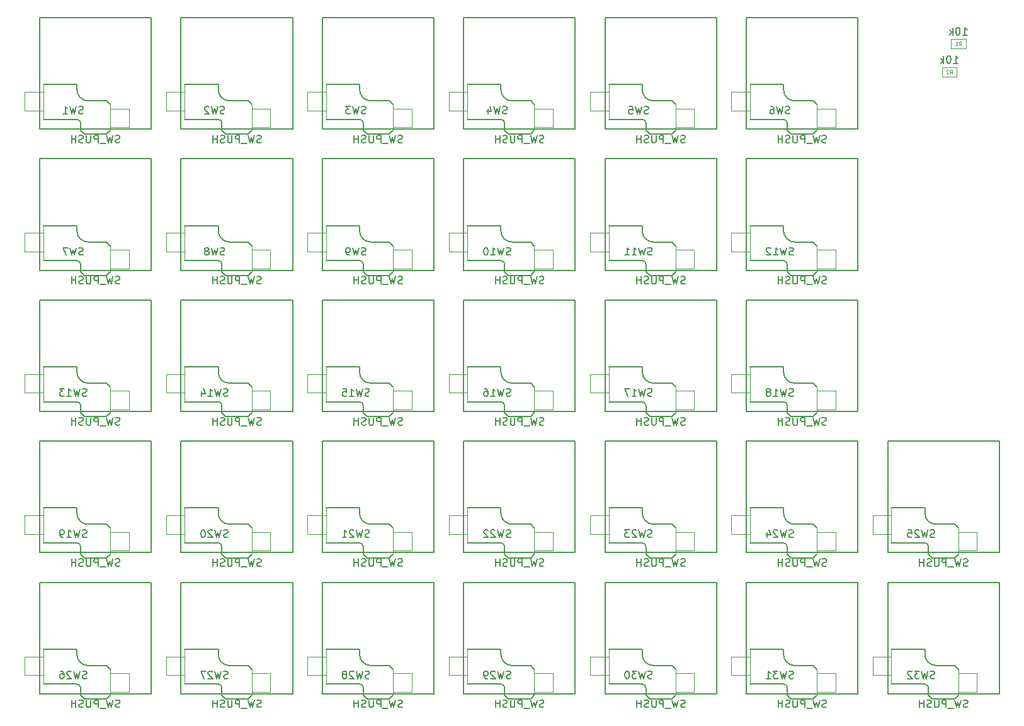
<source format=gbr>
G04 #@! TF.GenerationSoftware,KiCad,Pcbnew,(5.1.10)-1*
G04 #@! TF.CreationDate,2021-12-24T23:35:28+01:00*
G04 #@! TF.ProjectId,helixhschoc,68656c69-7868-4736-9368-6f632e6b6963,rev?*
G04 #@! TF.SameCoordinates,Original*
G04 #@! TF.FileFunction,Other,Fab,Bot*
%FSLAX46Y46*%
G04 Gerber Fmt 4.6, Leading zero omitted, Abs format (unit mm)*
G04 Created by KiCad (PCBNEW (5.1.10)-1) date 2021-12-24 23:35:28*
%MOMM*%
%LPD*%
G01*
G04 APERTURE LIST*
%ADD10C,0.150000*%
%ADD11C,0.120000*%
%ADD12C,0.100000*%
%ADD13C,0.080000*%
G04 APERTURE END LIST*
D10*
X193930540Y-124677540D02*
X208930540Y-124677540D01*
X208930540Y-124677540D02*
X208930540Y-139677540D01*
X208930540Y-139677540D02*
X193930540Y-139677540D01*
X193930540Y-139677540D02*
X193930540Y-124677540D01*
D11*
X191930540Y-134677540D02*
X194430540Y-134677540D01*
X203430540Y-136927540D02*
X205930540Y-136927540D01*
X205930540Y-136927540D02*
X205930540Y-139427540D01*
X205930540Y-139427540D02*
X203430540Y-139427540D01*
X191930540Y-137177540D02*
X191930540Y-134677540D01*
X203430540Y-136427540D02*
X203430540Y-139877540D01*
D10*
X198930540Y-134377540D02*
X198930540Y-133677540D01*
X198930540Y-133677540D02*
X194430540Y-133677540D01*
X199930540Y-140377540D02*
X199430540Y-139877540D01*
X199430540Y-138877540D02*
X199430540Y-139877540D01*
X194430540Y-138377540D02*
X198930540Y-138377540D01*
X203430540Y-136377540D02*
X202930540Y-135877540D01*
X202930540Y-135877540D02*
X200430540Y-135877540D01*
X203430540Y-139877540D02*
X202930540Y-140377540D01*
X202930540Y-140377540D02*
X199930540Y-140377540D01*
D11*
X194430540Y-133677540D02*
X194430540Y-138377540D01*
X194430540Y-137177540D02*
X191930540Y-137177540D01*
D10*
X200430540Y-135877540D02*
G75*
G02*
X198930540Y-134377540I0J1500000D01*
G01*
X198930540Y-138377540D02*
G75*
G02*
X199430540Y-138877540I0J-500000D01*
G01*
X174930540Y-124677540D02*
X189930540Y-124677540D01*
X189930540Y-124677540D02*
X189930540Y-139677540D01*
X189930540Y-139677540D02*
X174930540Y-139677540D01*
X174930540Y-139677540D02*
X174930540Y-124677540D01*
D11*
X172930540Y-134677540D02*
X175430540Y-134677540D01*
X184430540Y-136927540D02*
X186930540Y-136927540D01*
X186930540Y-136927540D02*
X186930540Y-139427540D01*
X186930540Y-139427540D02*
X184430540Y-139427540D01*
X172930540Y-137177540D02*
X172930540Y-134677540D01*
X184430540Y-136427540D02*
X184430540Y-139877540D01*
D10*
X179930540Y-134377540D02*
X179930540Y-133677540D01*
X179930540Y-133677540D02*
X175430540Y-133677540D01*
X180930540Y-140377540D02*
X180430540Y-139877540D01*
X180430540Y-138877540D02*
X180430540Y-139877540D01*
X175430540Y-138377540D02*
X179930540Y-138377540D01*
X184430540Y-136377540D02*
X183930540Y-135877540D01*
X183930540Y-135877540D02*
X181430540Y-135877540D01*
X184430540Y-139877540D02*
X183930540Y-140377540D01*
X183930540Y-140377540D02*
X180930540Y-140377540D01*
D11*
X175430540Y-133677540D02*
X175430540Y-138377540D01*
X175430540Y-137177540D02*
X172930540Y-137177540D01*
D10*
X181430540Y-135877540D02*
G75*
G02*
X179930540Y-134377540I0J1500000D01*
G01*
X179930540Y-138377540D02*
G75*
G02*
X180430540Y-138877540I0J-500000D01*
G01*
X155930540Y-124677540D02*
X170930540Y-124677540D01*
X170930540Y-124677540D02*
X170930540Y-139677540D01*
X170930540Y-139677540D02*
X155930540Y-139677540D01*
X155930540Y-139677540D02*
X155930540Y-124677540D01*
D11*
X153930540Y-134677540D02*
X156430540Y-134677540D01*
X165430540Y-136927540D02*
X167930540Y-136927540D01*
X167930540Y-136927540D02*
X167930540Y-139427540D01*
X167930540Y-139427540D02*
X165430540Y-139427540D01*
X153930540Y-137177540D02*
X153930540Y-134677540D01*
X165430540Y-136427540D02*
X165430540Y-139877540D01*
D10*
X160930540Y-134377540D02*
X160930540Y-133677540D01*
X160930540Y-133677540D02*
X156430540Y-133677540D01*
X161930540Y-140377540D02*
X161430540Y-139877540D01*
X161430540Y-138877540D02*
X161430540Y-139877540D01*
X156430540Y-138377540D02*
X160930540Y-138377540D01*
X165430540Y-136377540D02*
X164930540Y-135877540D01*
X164930540Y-135877540D02*
X162430540Y-135877540D01*
X165430540Y-139877540D02*
X164930540Y-140377540D01*
X164930540Y-140377540D02*
X161930540Y-140377540D01*
D11*
X156430540Y-133677540D02*
X156430540Y-138377540D01*
X156430540Y-137177540D02*
X153930540Y-137177540D01*
D10*
X162430540Y-135877540D02*
G75*
G02*
X160930540Y-134377540I0J1500000D01*
G01*
X160930540Y-138377540D02*
G75*
G02*
X161430540Y-138877540I0J-500000D01*
G01*
X136930540Y-124677540D02*
X151930540Y-124677540D01*
X151930540Y-124677540D02*
X151930540Y-139677540D01*
X151930540Y-139677540D02*
X136930540Y-139677540D01*
X136930540Y-139677540D02*
X136930540Y-124677540D01*
D11*
X134930540Y-134677540D02*
X137430540Y-134677540D01*
X146430540Y-136927540D02*
X148930540Y-136927540D01*
X148930540Y-136927540D02*
X148930540Y-139427540D01*
X148930540Y-139427540D02*
X146430540Y-139427540D01*
X134930540Y-137177540D02*
X134930540Y-134677540D01*
X146430540Y-136427540D02*
X146430540Y-139877540D01*
D10*
X141930540Y-134377540D02*
X141930540Y-133677540D01*
X141930540Y-133677540D02*
X137430540Y-133677540D01*
X142930540Y-140377540D02*
X142430540Y-139877540D01*
X142430540Y-138877540D02*
X142430540Y-139877540D01*
X137430540Y-138377540D02*
X141930540Y-138377540D01*
X146430540Y-136377540D02*
X145930540Y-135877540D01*
X145930540Y-135877540D02*
X143430540Y-135877540D01*
X146430540Y-139877540D02*
X145930540Y-140377540D01*
X145930540Y-140377540D02*
X142930540Y-140377540D01*
D11*
X137430540Y-133677540D02*
X137430540Y-138377540D01*
X137430540Y-137177540D02*
X134930540Y-137177540D01*
D10*
X143430540Y-135877540D02*
G75*
G02*
X141930540Y-134377540I0J1500000D01*
G01*
X141930540Y-138377540D02*
G75*
G02*
X142430540Y-138877540I0J-500000D01*
G01*
X117930540Y-124677540D02*
X132930540Y-124677540D01*
X132930540Y-124677540D02*
X132930540Y-139677540D01*
X132930540Y-139677540D02*
X117930540Y-139677540D01*
X117930540Y-139677540D02*
X117930540Y-124677540D01*
D11*
X115930540Y-134677540D02*
X118430540Y-134677540D01*
X127430540Y-136927540D02*
X129930540Y-136927540D01*
X129930540Y-136927540D02*
X129930540Y-139427540D01*
X129930540Y-139427540D02*
X127430540Y-139427540D01*
X115930540Y-137177540D02*
X115930540Y-134677540D01*
X127430540Y-136427540D02*
X127430540Y-139877540D01*
D10*
X122930540Y-134377540D02*
X122930540Y-133677540D01*
X122930540Y-133677540D02*
X118430540Y-133677540D01*
X123930540Y-140377540D02*
X123430540Y-139877540D01*
X123430540Y-138877540D02*
X123430540Y-139877540D01*
X118430540Y-138377540D02*
X122930540Y-138377540D01*
X127430540Y-136377540D02*
X126930540Y-135877540D01*
X126930540Y-135877540D02*
X124430540Y-135877540D01*
X127430540Y-139877540D02*
X126930540Y-140377540D01*
X126930540Y-140377540D02*
X123930540Y-140377540D01*
D11*
X118430540Y-133677540D02*
X118430540Y-138377540D01*
X118430540Y-137177540D02*
X115930540Y-137177540D01*
D10*
X124430540Y-135877540D02*
G75*
G02*
X122930540Y-134377540I0J1500000D01*
G01*
X122930540Y-138377540D02*
G75*
G02*
X123430540Y-138877540I0J-500000D01*
G01*
X98930540Y-124677540D02*
X113930540Y-124677540D01*
X113930540Y-124677540D02*
X113930540Y-139677540D01*
X113930540Y-139677540D02*
X98930540Y-139677540D01*
X98930540Y-139677540D02*
X98930540Y-124677540D01*
D11*
X96930540Y-134677540D02*
X99430540Y-134677540D01*
X108430540Y-136927540D02*
X110930540Y-136927540D01*
X110930540Y-136927540D02*
X110930540Y-139427540D01*
X110930540Y-139427540D02*
X108430540Y-139427540D01*
X96930540Y-137177540D02*
X96930540Y-134677540D01*
X108430540Y-136427540D02*
X108430540Y-139877540D01*
D10*
X103930540Y-134377540D02*
X103930540Y-133677540D01*
X103930540Y-133677540D02*
X99430540Y-133677540D01*
X104930540Y-140377540D02*
X104430540Y-139877540D01*
X104430540Y-138877540D02*
X104430540Y-139877540D01*
X99430540Y-138377540D02*
X103930540Y-138377540D01*
X108430540Y-136377540D02*
X107930540Y-135877540D01*
X107930540Y-135877540D02*
X105430540Y-135877540D01*
X108430540Y-139877540D02*
X107930540Y-140377540D01*
X107930540Y-140377540D02*
X104930540Y-140377540D01*
D11*
X99430540Y-133677540D02*
X99430540Y-138377540D01*
X99430540Y-137177540D02*
X96930540Y-137177540D01*
D10*
X105430540Y-135877540D02*
G75*
G02*
X103930540Y-134377540I0J1500000D01*
G01*
X103930540Y-138377540D02*
G75*
G02*
X104430540Y-138877540I0J-500000D01*
G01*
X79930540Y-124677540D02*
X94930540Y-124677540D01*
X94930540Y-124677540D02*
X94930540Y-139677540D01*
X94930540Y-139677540D02*
X79930540Y-139677540D01*
X79930540Y-139677540D02*
X79930540Y-124677540D01*
D11*
X77930540Y-134677540D02*
X80430540Y-134677540D01*
X89430540Y-136927540D02*
X91930540Y-136927540D01*
X91930540Y-136927540D02*
X91930540Y-139427540D01*
X91930540Y-139427540D02*
X89430540Y-139427540D01*
X77930540Y-137177540D02*
X77930540Y-134677540D01*
X89430540Y-136427540D02*
X89430540Y-139877540D01*
D10*
X84930540Y-134377540D02*
X84930540Y-133677540D01*
X84930540Y-133677540D02*
X80430540Y-133677540D01*
X85930540Y-140377540D02*
X85430540Y-139877540D01*
X85430540Y-138877540D02*
X85430540Y-139877540D01*
X80430540Y-138377540D02*
X84930540Y-138377540D01*
X89430540Y-136377540D02*
X88930540Y-135877540D01*
X88930540Y-135877540D02*
X86430540Y-135877540D01*
X89430540Y-139877540D02*
X88930540Y-140377540D01*
X88930540Y-140377540D02*
X85930540Y-140377540D01*
D11*
X80430540Y-133677540D02*
X80430540Y-138377540D01*
X80430540Y-137177540D02*
X77930540Y-137177540D01*
D10*
X86430540Y-135877540D02*
G75*
G02*
X84930540Y-134377540I0J1500000D01*
G01*
X84930540Y-138377540D02*
G75*
G02*
X85430540Y-138877540I0J-500000D01*
G01*
X193930540Y-105677540D02*
X208930540Y-105677540D01*
X208930540Y-105677540D02*
X208930540Y-120677540D01*
X208930540Y-120677540D02*
X193930540Y-120677540D01*
X193930540Y-120677540D02*
X193930540Y-105677540D01*
D11*
X191930540Y-115677540D02*
X194430540Y-115677540D01*
X203430540Y-117927540D02*
X205930540Y-117927540D01*
X205930540Y-117927540D02*
X205930540Y-120427540D01*
X205930540Y-120427540D02*
X203430540Y-120427540D01*
X191930540Y-118177540D02*
X191930540Y-115677540D01*
X203430540Y-117427540D02*
X203430540Y-120877540D01*
D10*
X198930540Y-115377540D02*
X198930540Y-114677540D01*
X198930540Y-114677540D02*
X194430540Y-114677540D01*
X199930540Y-121377540D02*
X199430540Y-120877540D01*
X199430540Y-119877540D02*
X199430540Y-120877540D01*
X194430540Y-119377540D02*
X198930540Y-119377540D01*
X203430540Y-117377540D02*
X202930540Y-116877540D01*
X202930540Y-116877540D02*
X200430540Y-116877540D01*
X203430540Y-120877540D02*
X202930540Y-121377540D01*
X202930540Y-121377540D02*
X199930540Y-121377540D01*
D11*
X194430540Y-114677540D02*
X194430540Y-119377540D01*
X194430540Y-118177540D02*
X191930540Y-118177540D01*
D10*
X200430540Y-116877540D02*
G75*
G02*
X198930540Y-115377540I0J1500000D01*
G01*
X198930540Y-119377540D02*
G75*
G02*
X199430540Y-119877540I0J-500000D01*
G01*
X174930540Y-105677540D02*
X189930540Y-105677540D01*
X189930540Y-105677540D02*
X189930540Y-120677540D01*
X189930540Y-120677540D02*
X174930540Y-120677540D01*
X174930540Y-120677540D02*
X174930540Y-105677540D01*
D11*
X172930540Y-115677540D02*
X175430540Y-115677540D01*
X184430540Y-117927540D02*
X186930540Y-117927540D01*
X186930540Y-117927540D02*
X186930540Y-120427540D01*
X186930540Y-120427540D02*
X184430540Y-120427540D01*
X172930540Y-118177540D02*
X172930540Y-115677540D01*
X184430540Y-117427540D02*
X184430540Y-120877540D01*
D10*
X179930540Y-115377540D02*
X179930540Y-114677540D01*
X179930540Y-114677540D02*
X175430540Y-114677540D01*
X180930540Y-121377540D02*
X180430540Y-120877540D01*
X180430540Y-119877540D02*
X180430540Y-120877540D01*
X175430540Y-119377540D02*
X179930540Y-119377540D01*
X184430540Y-117377540D02*
X183930540Y-116877540D01*
X183930540Y-116877540D02*
X181430540Y-116877540D01*
X184430540Y-120877540D02*
X183930540Y-121377540D01*
X183930540Y-121377540D02*
X180930540Y-121377540D01*
D11*
X175430540Y-114677540D02*
X175430540Y-119377540D01*
X175430540Y-118177540D02*
X172930540Y-118177540D01*
D10*
X181430540Y-116877540D02*
G75*
G02*
X179930540Y-115377540I0J1500000D01*
G01*
X179930540Y-119377540D02*
G75*
G02*
X180430540Y-119877540I0J-500000D01*
G01*
X155930540Y-105677540D02*
X170930540Y-105677540D01*
X170930540Y-105677540D02*
X170930540Y-120677540D01*
X170930540Y-120677540D02*
X155930540Y-120677540D01*
X155930540Y-120677540D02*
X155930540Y-105677540D01*
D11*
X153930540Y-115677540D02*
X156430540Y-115677540D01*
X165430540Y-117927540D02*
X167930540Y-117927540D01*
X167930540Y-117927540D02*
X167930540Y-120427540D01*
X167930540Y-120427540D02*
X165430540Y-120427540D01*
X153930540Y-118177540D02*
X153930540Y-115677540D01*
X165430540Y-117427540D02*
X165430540Y-120877540D01*
D10*
X160930540Y-115377540D02*
X160930540Y-114677540D01*
X160930540Y-114677540D02*
X156430540Y-114677540D01*
X161930540Y-121377540D02*
X161430540Y-120877540D01*
X161430540Y-119877540D02*
X161430540Y-120877540D01*
X156430540Y-119377540D02*
X160930540Y-119377540D01*
X165430540Y-117377540D02*
X164930540Y-116877540D01*
X164930540Y-116877540D02*
X162430540Y-116877540D01*
X165430540Y-120877540D02*
X164930540Y-121377540D01*
X164930540Y-121377540D02*
X161930540Y-121377540D01*
D11*
X156430540Y-114677540D02*
X156430540Y-119377540D01*
X156430540Y-118177540D02*
X153930540Y-118177540D01*
D10*
X162430540Y-116877540D02*
G75*
G02*
X160930540Y-115377540I0J1500000D01*
G01*
X160930540Y-119377540D02*
G75*
G02*
X161430540Y-119877540I0J-500000D01*
G01*
X136930540Y-105677540D02*
X151930540Y-105677540D01*
X151930540Y-105677540D02*
X151930540Y-120677540D01*
X151930540Y-120677540D02*
X136930540Y-120677540D01*
X136930540Y-120677540D02*
X136930540Y-105677540D01*
D11*
X134930540Y-115677540D02*
X137430540Y-115677540D01*
X146430540Y-117927540D02*
X148930540Y-117927540D01*
X148930540Y-117927540D02*
X148930540Y-120427540D01*
X148930540Y-120427540D02*
X146430540Y-120427540D01*
X134930540Y-118177540D02*
X134930540Y-115677540D01*
X146430540Y-117427540D02*
X146430540Y-120877540D01*
D10*
X141930540Y-115377540D02*
X141930540Y-114677540D01*
X141930540Y-114677540D02*
X137430540Y-114677540D01*
X142930540Y-121377540D02*
X142430540Y-120877540D01*
X142430540Y-119877540D02*
X142430540Y-120877540D01*
X137430540Y-119377540D02*
X141930540Y-119377540D01*
X146430540Y-117377540D02*
X145930540Y-116877540D01*
X145930540Y-116877540D02*
X143430540Y-116877540D01*
X146430540Y-120877540D02*
X145930540Y-121377540D01*
X145930540Y-121377540D02*
X142930540Y-121377540D01*
D11*
X137430540Y-114677540D02*
X137430540Y-119377540D01*
X137430540Y-118177540D02*
X134930540Y-118177540D01*
D10*
X143430540Y-116877540D02*
G75*
G02*
X141930540Y-115377540I0J1500000D01*
G01*
X141930540Y-119377540D02*
G75*
G02*
X142430540Y-119877540I0J-500000D01*
G01*
X117930540Y-105677540D02*
X132930540Y-105677540D01*
X132930540Y-105677540D02*
X132930540Y-120677540D01*
X132930540Y-120677540D02*
X117930540Y-120677540D01*
X117930540Y-120677540D02*
X117930540Y-105677540D01*
D11*
X115930540Y-115677540D02*
X118430540Y-115677540D01*
X127430540Y-117927540D02*
X129930540Y-117927540D01*
X129930540Y-117927540D02*
X129930540Y-120427540D01*
X129930540Y-120427540D02*
X127430540Y-120427540D01*
X115930540Y-118177540D02*
X115930540Y-115677540D01*
X127430540Y-117427540D02*
X127430540Y-120877540D01*
D10*
X122930540Y-115377540D02*
X122930540Y-114677540D01*
X122930540Y-114677540D02*
X118430540Y-114677540D01*
X123930540Y-121377540D02*
X123430540Y-120877540D01*
X123430540Y-119877540D02*
X123430540Y-120877540D01*
X118430540Y-119377540D02*
X122930540Y-119377540D01*
X127430540Y-117377540D02*
X126930540Y-116877540D01*
X126930540Y-116877540D02*
X124430540Y-116877540D01*
X127430540Y-120877540D02*
X126930540Y-121377540D01*
X126930540Y-121377540D02*
X123930540Y-121377540D01*
D11*
X118430540Y-114677540D02*
X118430540Y-119377540D01*
X118430540Y-118177540D02*
X115930540Y-118177540D01*
D10*
X124430540Y-116877540D02*
G75*
G02*
X122930540Y-115377540I0J1500000D01*
G01*
X122930540Y-119377540D02*
G75*
G02*
X123430540Y-119877540I0J-500000D01*
G01*
X98930540Y-105677540D02*
X113930540Y-105677540D01*
X113930540Y-105677540D02*
X113930540Y-120677540D01*
X113930540Y-120677540D02*
X98930540Y-120677540D01*
X98930540Y-120677540D02*
X98930540Y-105677540D01*
D11*
X96930540Y-115677540D02*
X99430540Y-115677540D01*
X108430540Y-117927540D02*
X110930540Y-117927540D01*
X110930540Y-117927540D02*
X110930540Y-120427540D01*
X110930540Y-120427540D02*
X108430540Y-120427540D01*
X96930540Y-118177540D02*
X96930540Y-115677540D01*
X108430540Y-117427540D02*
X108430540Y-120877540D01*
D10*
X103930540Y-115377540D02*
X103930540Y-114677540D01*
X103930540Y-114677540D02*
X99430540Y-114677540D01*
X104930540Y-121377540D02*
X104430540Y-120877540D01*
X104430540Y-119877540D02*
X104430540Y-120877540D01*
X99430540Y-119377540D02*
X103930540Y-119377540D01*
X108430540Y-117377540D02*
X107930540Y-116877540D01*
X107930540Y-116877540D02*
X105430540Y-116877540D01*
X108430540Y-120877540D02*
X107930540Y-121377540D01*
X107930540Y-121377540D02*
X104930540Y-121377540D01*
D11*
X99430540Y-114677540D02*
X99430540Y-119377540D01*
X99430540Y-118177540D02*
X96930540Y-118177540D01*
D10*
X105430540Y-116877540D02*
G75*
G02*
X103930540Y-115377540I0J1500000D01*
G01*
X103930540Y-119377540D02*
G75*
G02*
X104430540Y-119877540I0J-500000D01*
G01*
X79930540Y-105677540D02*
X94930540Y-105677540D01*
X94930540Y-105677540D02*
X94930540Y-120677540D01*
X94930540Y-120677540D02*
X79930540Y-120677540D01*
X79930540Y-120677540D02*
X79930540Y-105677540D01*
D11*
X77930540Y-115677540D02*
X80430540Y-115677540D01*
X89430540Y-117927540D02*
X91930540Y-117927540D01*
X91930540Y-117927540D02*
X91930540Y-120427540D01*
X91930540Y-120427540D02*
X89430540Y-120427540D01*
X77930540Y-118177540D02*
X77930540Y-115677540D01*
X89430540Y-117427540D02*
X89430540Y-120877540D01*
D10*
X84930540Y-115377540D02*
X84930540Y-114677540D01*
X84930540Y-114677540D02*
X80430540Y-114677540D01*
X85930540Y-121377540D02*
X85430540Y-120877540D01*
X85430540Y-119877540D02*
X85430540Y-120877540D01*
X80430540Y-119377540D02*
X84930540Y-119377540D01*
X89430540Y-117377540D02*
X88930540Y-116877540D01*
X88930540Y-116877540D02*
X86430540Y-116877540D01*
X89430540Y-120877540D02*
X88930540Y-121377540D01*
X88930540Y-121377540D02*
X85930540Y-121377540D01*
D11*
X80430540Y-114677540D02*
X80430540Y-119377540D01*
X80430540Y-118177540D02*
X77930540Y-118177540D01*
D10*
X86430540Y-116877540D02*
G75*
G02*
X84930540Y-115377540I0J1500000D01*
G01*
X84930540Y-119377540D02*
G75*
G02*
X85430540Y-119877540I0J-500000D01*
G01*
X174930540Y-86677540D02*
X189930540Y-86677540D01*
X189930540Y-86677540D02*
X189930540Y-101677540D01*
X189930540Y-101677540D02*
X174930540Y-101677540D01*
X174930540Y-101677540D02*
X174930540Y-86677540D01*
D11*
X172930540Y-96677540D02*
X175430540Y-96677540D01*
X184430540Y-98927540D02*
X186930540Y-98927540D01*
X186930540Y-98927540D02*
X186930540Y-101427540D01*
X186930540Y-101427540D02*
X184430540Y-101427540D01*
X172930540Y-99177540D02*
X172930540Y-96677540D01*
X184430540Y-98427540D02*
X184430540Y-101877540D01*
D10*
X179930540Y-96377540D02*
X179930540Y-95677540D01*
X179930540Y-95677540D02*
X175430540Y-95677540D01*
X180930540Y-102377540D02*
X180430540Y-101877540D01*
X180430540Y-100877540D02*
X180430540Y-101877540D01*
X175430540Y-100377540D02*
X179930540Y-100377540D01*
X184430540Y-98377540D02*
X183930540Y-97877540D01*
X183930540Y-97877540D02*
X181430540Y-97877540D01*
X184430540Y-101877540D02*
X183930540Y-102377540D01*
X183930540Y-102377540D02*
X180930540Y-102377540D01*
D11*
X175430540Y-95677540D02*
X175430540Y-100377540D01*
X175430540Y-99177540D02*
X172930540Y-99177540D01*
D10*
X181430540Y-97877540D02*
G75*
G02*
X179930540Y-96377540I0J1500000D01*
G01*
X179930540Y-100377540D02*
G75*
G02*
X180430540Y-100877540I0J-500000D01*
G01*
X155930540Y-86677540D02*
X170930540Y-86677540D01*
X170930540Y-86677540D02*
X170930540Y-101677540D01*
X170930540Y-101677540D02*
X155930540Y-101677540D01*
X155930540Y-101677540D02*
X155930540Y-86677540D01*
D11*
X153930540Y-96677540D02*
X156430540Y-96677540D01*
X165430540Y-98927540D02*
X167930540Y-98927540D01*
X167930540Y-98927540D02*
X167930540Y-101427540D01*
X167930540Y-101427540D02*
X165430540Y-101427540D01*
X153930540Y-99177540D02*
X153930540Y-96677540D01*
X165430540Y-98427540D02*
X165430540Y-101877540D01*
D10*
X160930540Y-96377540D02*
X160930540Y-95677540D01*
X160930540Y-95677540D02*
X156430540Y-95677540D01*
X161930540Y-102377540D02*
X161430540Y-101877540D01*
X161430540Y-100877540D02*
X161430540Y-101877540D01*
X156430540Y-100377540D02*
X160930540Y-100377540D01*
X165430540Y-98377540D02*
X164930540Y-97877540D01*
X164930540Y-97877540D02*
X162430540Y-97877540D01*
X165430540Y-101877540D02*
X164930540Y-102377540D01*
X164930540Y-102377540D02*
X161930540Y-102377540D01*
D11*
X156430540Y-95677540D02*
X156430540Y-100377540D01*
X156430540Y-99177540D02*
X153930540Y-99177540D01*
D10*
X162430540Y-97877540D02*
G75*
G02*
X160930540Y-96377540I0J1500000D01*
G01*
X160930540Y-100377540D02*
G75*
G02*
X161430540Y-100877540I0J-500000D01*
G01*
X136930540Y-86677540D02*
X151930540Y-86677540D01*
X151930540Y-86677540D02*
X151930540Y-101677540D01*
X151930540Y-101677540D02*
X136930540Y-101677540D01*
X136930540Y-101677540D02*
X136930540Y-86677540D01*
D11*
X134930540Y-96677540D02*
X137430540Y-96677540D01*
X146430540Y-98927540D02*
X148930540Y-98927540D01*
X148930540Y-98927540D02*
X148930540Y-101427540D01*
X148930540Y-101427540D02*
X146430540Y-101427540D01*
X134930540Y-99177540D02*
X134930540Y-96677540D01*
X146430540Y-98427540D02*
X146430540Y-101877540D01*
D10*
X141930540Y-96377540D02*
X141930540Y-95677540D01*
X141930540Y-95677540D02*
X137430540Y-95677540D01*
X142930540Y-102377540D02*
X142430540Y-101877540D01*
X142430540Y-100877540D02*
X142430540Y-101877540D01*
X137430540Y-100377540D02*
X141930540Y-100377540D01*
X146430540Y-98377540D02*
X145930540Y-97877540D01*
X145930540Y-97877540D02*
X143430540Y-97877540D01*
X146430540Y-101877540D02*
X145930540Y-102377540D01*
X145930540Y-102377540D02*
X142930540Y-102377540D01*
D11*
X137430540Y-95677540D02*
X137430540Y-100377540D01*
X137430540Y-99177540D02*
X134930540Y-99177540D01*
D10*
X143430540Y-97877540D02*
G75*
G02*
X141930540Y-96377540I0J1500000D01*
G01*
X141930540Y-100377540D02*
G75*
G02*
X142430540Y-100877540I0J-500000D01*
G01*
X117930540Y-86677540D02*
X132930540Y-86677540D01*
X132930540Y-86677540D02*
X132930540Y-101677540D01*
X132930540Y-101677540D02*
X117930540Y-101677540D01*
X117930540Y-101677540D02*
X117930540Y-86677540D01*
D11*
X115930540Y-96677540D02*
X118430540Y-96677540D01*
X127430540Y-98927540D02*
X129930540Y-98927540D01*
X129930540Y-98927540D02*
X129930540Y-101427540D01*
X129930540Y-101427540D02*
X127430540Y-101427540D01*
X115930540Y-99177540D02*
X115930540Y-96677540D01*
X127430540Y-98427540D02*
X127430540Y-101877540D01*
D10*
X122930540Y-96377540D02*
X122930540Y-95677540D01*
X122930540Y-95677540D02*
X118430540Y-95677540D01*
X123930540Y-102377540D02*
X123430540Y-101877540D01*
X123430540Y-100877540D02*
X123430540Y-101877540D01*
X118430540Y-100377540D02*
X122930540Y-100377540D01*
X127430540Y-98377540D02*
X126930540Y-97877540D01*
X126930540Y-97877540D02*
X124430540Y-97877540D01*
X127430540Y-101877540D02*
X126930540Y-102377540D01*
X126930540Y-102377540D02*
X123930540Y-102377540D01*
D11*
X118430540Y-95677540D02*
X118430540Y-100377540D01*
X118430540Y-99177540D02*
X115930540Y-99177540D01*
D10*
X124430540Y-97877540D02*
G75*
G02*
X122930540Y-96377540I0J1500000D01*
G01*
X122930540Y-100377540D02*
G75*
G02*
X123430540Y-100877540I0J-500000D01*
G01*
X98930540Y-86677540D02*
X113930540Y-86677540D01*
X113930540Y-86677540D02*
X113930540Y-101677540D01*
X113930540Y-101677540D02*
X98930540Y-101677540D01*
X98930540Y-101677540D02*
X98930540Y-86677540D01*
D11*
X96930540Y-96677540D02*
X99430540Y-96677540D01*
X108430540Y-98927540D02*
X110930540Y-98927540D01*
X110930540Y-98927540D02*
X110930540Y-101427540D01*
X110930540Y-101427540D02*
X108430540Y-101427540D01*
X96930540Y-99177540D02*
X96930540Y-96677540D01*
X108430540Y-98427540D02*
X108430540Y-101877540D01*
D10*
X103930540Y-96377540D02*
X103930540Y-95677540D01*
X103930540Y-95677540D02*
X99430540Y-95677540D01*
X104930540Y-102377540D02*
X104430540Y-101877540D01*
X104430540Y-100877540D02*
X104430540Y-101877540D01*
X99430540Y-100377540D02*
X103930540Y-100377540D01*
X108430540Y-98377540D02*
X107930540Y-97877540D01*
X107930540Y-97877540D02*
X105430540Y-97877540D01*
X108430540Y-101877540D02*
X107930540Y-102377540D01*
X107930540Y-102377540D02*
X104930540Y-102377540D01*
D11*
X99430540Y-95677540D02*
X99430540Y-100377540D01*
X99430540Y-99177540D02*
X96930540Y-99177540D01*
D10*
X105430540Y-97877540D02*
G75*
G02*
X103930540Y-96377540I0J1500000D01*
G01*
X103930540Y-100377540D02*
G75*
G02*
X104430540Y-100877540I0J-500000D01*
G01*
X79930540Y-86677540D02*
X94930540Y-86677540D01*
X94930540Y-86677540D02*
X94930540Y-101677540D01*
X94930540Y-101677540D02*
X79930540Y-101677540D01*
X79930540Y-101677540D02*
X79930540Y-86677540D01*
D11*
X77930540Y-96677540D02*
X80430540Y-96677540D01*
X89430540Y-98927540D02*
X91930540Y-98927540D01*
X91930540Y-98927540D02*
X91930540Y-101427540D01*
X91930540Y-101427540D02*
X89430540Y-101427540D01*
X77930540Y-99177540D02*
X77930540Y-96677540D01*
X89430540Y-98427540D02*
X89430540Y-101877540D01*
D10*
X84930540Y-96377540D02*
X84930540Y-95677540D01*
X84930540Y-95677540D02*
X80430540Y-95677540D01*
X85930540Y-102377540D02*
X85430540Y-101877540D01*
X85430540Y-100877540D02*
X85430540Y-101877540D01*
X80430540Y-100377540D02*
X84930540Y-100377540D01*
X89430540Y-98377540D02*
X88930540Y-97877540D01*
X88930540Y-97877540D02*
X86430540Y-97877540D01*
X89430540Y-101877540D02*
X88930540Y-102377540D01*
X88930540Y-102377540D02*
X85930540Y-102377540D01*
D11*
X80430540Y-95677540D02*
X80430540Y-100377540D01*
X80430540Y-99177540D02*
X77930540Y-99177540D01*
D10*
X86430540Y-97877540D02*
G75*
G02*
X84930540Y-96377540I0J1500000D01*
G01*
X84930540Y-100377540D02*
G75*
G02*
X85430540Y-100877540I0J-500000D01*
G01*
X174930540Y-67677540D02*
X189930540Y-67677540D01*
X189930540Y-67677540D02*
X189930540Y-82677540D01*
X189930540Y-82677540D02*
X174930540Y-82677540D01*
X174930540Y-82677540D02*
X174930540Y-67677540D01*
D11*
X172930540Y-77677540D02*
X175430540Y-77677540D01*
X184430540Y-79927540D02*
X186930540Y-79927540D01*
X186930540Y-79927540D02*
X186930540Y-82427540D01*
X186930540Y-82427540D02*
X184430540Y-82427540D01*
X172930540Y-80177540D02*
X172930540Y-77677540D01*
X184430540Y-79427540D02*
X184430540Y-82877540D01*
D10*
X179930540Y-77377540D02*
X179930540Y-76677540D01*
X179930540Y-76677540D02*
X175430540Y-76677540D01*
X180930540Y-83377540D02*
X180430540Y-82877540D01*
X180430540Y-81877540D02*
X180430540Y-82877540D01*
X175430540Y-81377540D02*
X179930540Y-81377540D01*
X184430540Y-79377540D02*
X183930540Y-78877540D01*
X183930540Y-78877540D02*
X181430540Y-78877540D01*
X184430540Y-82877540D02*
X183930540Y-83377540D01*
X183930540Y-83377540D02*
X180930540Y-83377540D01*
D11*
X175430540Y-76677540D02*
X175430540Y-81377540D01*
X175430540Y-80177540D02*
X172930540Y-80177540D01*
D10*
X181430540Y-78877540D02*
G75*
G02*
X179930540Y-77377540I0J1500000D01*
G01*
X179930540Y-81377540D02*
G75*
G02*
X180430540Y-81877540I0J-500000D01*
G01*
X155930540Y-67677540D02*
X170930540Y-67677540D01*
X170930540Y-67677540D02*
X170930540Y-82677540D01*
X170930540Y-82677540D02*
X155930540Y-82677540D01*
X155930540Y-82677540D02*
X155930540Y-67677540D01*
D11*
X153930540Y-77677540D02*
X156430540Y-77677540D01*
X165430540Y-79927540D02*
X167930540Y-79927540D01*
X167930540Y-79927540D02*
X167930540Y-82427540D01*
X167930540Y-82427540D02*
X165430540Y-82427540D01*
X153930540Y-80177540D02*
X153930540Y-77677540D01*
X165430540Y-79427540D02*
X165430540Y-82877540D01*
D10*
X160930540Y-77377540D02*
X160930540Y-76677540D01*
X160930540Y-76677540D02*
X156430540Y-76677540D01*
X161930540Y-83377540D02*
X161430540Y-82877540D01*
X161430540Y-81877540D02*
X161430540Y-82877540D01*
X156430540Y-81377540D02*
X160930540Y-81377540D01*
X165430540Y-79377540D02*
X164930540Y-78877540D01*
X164930540Y-78877540D02*
X162430540Y-78877540D01*
X165430540Y-82877540D02*
X164930540Y-83377540D01*
X164930540Y-83377540D02*
X161930540Y-83377540D01*
D11*
X156430540Y-76677540D02*
X156430540Y-81377540D01*
X156430540Y-80177540D02*
X153930540Y-80177540D01*
D10*
X162430540Y-78877540D02*
G75*
G02*
X160930540Y-77377540I0J1500000D01*
G01*
X160930540Y-81377540D02*
G75*
G02*
X161430540Y-81877540I0J-500000D01*
G01*
X136930540Y-67677540D02*
X151930540Y-67677540D01*
X151930540Y-67677540D02*
X151930540Y-82677540D01*
X151930540Y-82677540D02*
X136930540Y-82677540D01*
X136930540Y-82677540D02*
X136930540Y-67677540D01*
D11*
X134930540Y-77677540D02*
X137430540Y-77677540D01*
X146430540Y-79927540D02*
X148930540Y-79927540D01*
X148930540Y-79927540D02*
X148930540Y-82427540D01*
X148930540Y-82427540D02*
X146430540Y-82427540D01*
X134930540Y-80177540D02*
X134930540Y-77677540D01*
X146430540Y-79427540D02*
X146430540Y-82877540D01*
D10*
X141930540Y-77377540D02*
X141930540Y-76677540D01*
X141930540Y-76677540D02*
X137430540Y-76677540D01*
X142930540Y-83377540D02*
X142430540Y-82877540D01*
X142430540Y-81877540D02*
X142430540Y-82877540D01*
X137430540Y-81377540D02*
X141930540Y-81377540D01*
X146430540Y-79377540D02*
X145930540Y-78877540D01*
X145930540Y-78877540D02*
X143430540Y-78877540D01*
X146430540Y-82877540D02*
X145930540Y-83377540D01*
X145930540Y-83377540D02*
X142930540Y-83377540D01*
D11*
X137430540Y-76677540D02*
X137430540Y-81377540D01*
X137430540Y-80177540D02*
X134930540Y-80177540D01*
D10*
X143430540Y-78877540D02*
G75*
G02*
X141930540Y-77377540I0J1500000D01*
G01*
X141930540Y-81377540D02*
G75*
G02*
X142430540Y-81877540I0J-500000D01*
G01*
X117930540Y-67677540D02*
X132930540Y-67677540D01*
X132930540Y-67677540D02*
X132930540Y-82677540D01*
X132930540Y-82677540D02*
X117930540Y-82677540D01*
X117930540Y-82677540D02*
X117930540Y-67677540D01*
D11*
X115930540Y-77677540D02*
X118430540Y-77677540D01*
X127430540Y-79927540D02*
X129930540Y-79927540D01*
X129930540Y-79927540D02*
X129930540Y-82427540D01*
X129930540Y-82427540D02*
X127430540Y-82427540D01*
X115930540Y-80177540D02*
X115930540Y-77677540D01*
X127430540Y-79427540D02*
X127430540Y-82877540D01*
D10*
X122930540Y-77377540D02*
X122930540Y-76677540D01*
X122930540Y-76677540D02*
X118430540Y-76677540D01*
X123930540Y-83377540D02*
X123430540Y-82877540D01*
X123430540Y-81877540D02*
X123430540Y-82877540D01*
X118430540Y-81377540D02*
X122930540Y-81377540D01*
X127430540Y-79377540D02*
X126930540Y-78877540D01*
X126930540Y-78877540D02*
X124430540Y-78877540D01*
X127430540Y-82877540D02*
X126930540Y-83377540D01*
X126930540Y-83377540D02*
X123930540Y-83377540D01*
D11*
X118430540Y-76677540D02*
X118430540Y-81377540D01*
X118430540Y-80177540D02*
X115930540Y-80177540D01*
D10*
X124430540Y-78877540D02*
G75*
G02*
X122930540Y-77377540I0J1500000D01*
G01*
X122930540Y-81377540D02*
G75*
G02*
X123430540Y-81877540I0J-500000D01*
G01*
X98930540Y-67677540D02*
X113930540Y-67677540D01*
X113930540Y-67677540D02*
X113930540Y-82677540D01*
X113930540Y-82677540D02*
X98930540Y-82677540D01*
X98930540Y-82677540D02*
X98930540Y-67677540D01*
D11*
X96930540Y-77677540D02*
X99430540Y-77677540D01*
X108430540Y-79927540D02*
X110930540Y-79927540D01*
X110930540Y-79927540D02*
X110930540Y-82427540D01*
X110930540Y-82427540D02*
X108430540Y-82427540D01*
X96930540Y-80177540D02*
X96930540Y-77677540D01*
X108430540Y-79427540D02*
X108430540Y-82877540D01*
D10*
X103930540Y-77377540D02*
X103930540Y-76677540D01*
X103930540Y-76677540D02*
X99430540Y-76677540D01*
X104930540Y-83377540D02*
X104430540Y-82877540D01*
X104430540Y-81877540D02*
X104430540Y-82877540D01*
X99430540Y-81377540D02*
X103930540Y-81377540D01*
X108430540Y-79377540D02*
X107930540Y-78877540D01*
X107930540Y-78877540D02*
X105430540Y-78877540D01*
X108430540Y-82877540D02*
X107930540Y-83377540D01*
X107930540Y-83377540D02*
X104930540Y-83377540D01*
D11*
X99430540Y-76677540D02*
X99430540Y-81377540D01*
X99430540Y-80177540D02*
X96930540Y-80177540D01*
D10*
X105430540Y-78877540D02*
G75*
G02*
X103930540Y-77377540I0J1500000D01*
G01*
X103930540Y-81377540D02*
G75*
G02*
X104430540Y-81877540I0J-500000D01*
G01*
X79930540Y-67677540D02*
X94930540Y-67677540D01*
X94930540Y-67677540D02*
X94930540Y-82677540D01*
X94930540Y-82677540D02*
X79930540Y-82677540D01*
X79930540Y-82677540D02*
X79930540Y-67677540D01*
D11*
X77930540Y-77677540D02*
X80430540Y-77677540D01*
X89430540Y-79927540D02*
X91930540Y-79927540D01*
X91930540Y-79927540D02*
X91930540Y-82427540D01*
X91930540Y-82427540D02*
X89430540Y-82427540D01*
X77930540Y-80177540D02*
X77930540Y-77677540D01*
X89430540Y-79427540D02*
X89430540Y-82877540D01*
D10*
X84930540Y-77377540D02*
X84930540Y-76677540D01*
X84930540Y-76677540D02*
X80430540Y-76677540D01*
X85930540Y-83377540D02*
X85430540Y-82877540D01*
X85430540Y-81877540D02*
X85430540Y-82877540D01*
X80430540Y-81377540D02*
X84930540Y-81377540D01*
X89430540Y-79377540D02*
X88930540Y-78877540D01*
X88930540Y-78877540D02*
X86430540Y-78877540D01*
X89430540Y-82877540D02*
X88930540Y-83377540D01*
X88930540Y-83377540D02*
X85930540Y-83377540D01*
D11*
X80430540Y-76677540D02*
X80430540Y-81377540D01*
X80430540Y-80177540D02*
X77930540Y-80177540D01*
D10*
X86430540Y-78877540D02*
G75*
G02*
X84930540Y-77377540I0J1500000D01*
G01*
X84930540Y-81377540D02*
G75*
G02*
X85430540Y-81877540I0J-500000D01*
G01*
X174930540Y-48677540D02*
X189930540Y-48677540D01*
X189930540Y-48677540D02*
X189930540Y-63677540D01*
X189930540Y-63677540D02*
X174930540Y-63677540D01*
X174930540Y-63677540D02*
X174930540Y-48677540D01*
D11*
X172930540Y-58677540D02*
X175430540Y-58677540D01*
X184430540Y-60927540D02*
X186930540Y-60927540D01*
X186930540Y-60927540D02*
X186930540Y-63427540D01*
X186930540Y-63427540D02*
X184430540Y-63427540D01*
X172930540Y-61177540D02*
X172930540Y-58677540D01*
X184430540Y-60427540D02*
X184430540Y-63877540D01*
D10*
X179930540Y-58377540D02*
X179930540Y-57677540D01*
X179930540Y-57677540D02*
X175430540Y-57677540D01*
X180930540Y-64377540D02*
X180430540Y-63877540D01*
X180430540Y-62877540D02*
X180430540Y-63877540D01*
X175430540Y-62377540D02*
X179930540Y-62377540D01*
X184430540Y-60377540D02*
X183930540Y-59877540D01*
X183930540Y-59877540D02*
X181430540Y-59877540D01*
X184430540Y-63877540D02*
X183930540Y-64377540D01*
X183930540Y-64377540D02*
X180930540Y-64377540D01*
D11*
X175430540Y-57677540D02*
X175430540Y-62377540D01*
X175430540Y-61177540D02*
X172930540Y-61177540D01*
D10*
X181430540Y-59877540D02*
G75*
G02*
X179930540Y-58377540I0J1500000D01*
G01*
X179930540Y-62377540D02*
G75*
G02*
X180430540Y-62877540I0J-500000D01*
G01*
X155930540Y-48677540D02*
X170930540Y-48677540D01*
X170930540Y-48677540D02*
X170930540Y-63677540D01*
X170930540Y-63677540D02*
X155930540Y-63677540D01*
X155930540Y-63677540D02*
X155930540Y-48677540D01*
D11*
X153930540Y-58677540D02*
X156430540Y-58677540D01*
X165430540Y-60927540D02*
X167930540Y-60927540D01*
X167930540Y-60927540D02*
X167930540Y-63427540D01*
X167930540Y-63427540D02*
X165430540Y-63427540D01*
X153930540Y-61177540D02*
X153930540Y-58677540D01*
X165430540Y-60427540D02*
X165430540Y-63877540D01*
D10*
X160930540Y-58377540D02*
X160930540Y-57677540D01*
X160930540Y-57677540D02*
X156430540Y-57677540D01*
X161930540Y-64377540D02*
X161430540Y-63877540D01*
X161430540Y-62877540D02*
X161430540Y-63877540D01*
X156430540Y-62377540D02*
X160930540Y-62377540D01*
X165430540Y-60377540D02*
X164930540Y-59877540D01*
X164930540Y-59877540D02*
X162430540Y-59877540D01*
X165430540Y-63877540D02*
X164930540Y-64377540D01*
X164930540Y-64377540D02*
X161930540Y-64377540D01*
D11*
X156430540Y-57677540D02*
X156430540Y-62377540D01*
X156430540Y-61177540D02*
X153930540Y-61177540D01*
D10*
X162430540Y-59877540D02*
G75*
G02*
X160930540Y-58377540I0J1500000D01*
G01*
X160930540Y-62377540D02*
G75*
G02*
X161430540Y-62877540I0J-500000D01*
G01*
X136930540Y-48677540D02*
X151930540Y-48677540D01*
X151930540Y-48677540D02*
X151930540Y-63677540D01*
X151930540Y-63677540D02*
X136930540Y-63677540D01*
X136930540Y-63677540D02*
X136930540Y-48677540D01*
D11*
X134930540Y-58677540D02*
X137430540Y-58677540D01*
X146430540Y-60927540D02*
X148930540Y-60927540D01*
X148930540Y-60927540D02*
X148930540Y-63427540D01*
X148930540Y-63427540D02*
X146430540Y-63427540D01*
X134930540Y-61177540D02*
X134930540Y-58677540D01*
X146430540Y-60427540D02*
X146430540Y-63877540D01*
D10*
X141930540Y-58377540D02*
X141930540Y-57677540D01*
X141930540Y-57677540D02*
X137430540Y-57677540D01*
X142930540Y-64377540D02*
X142430540Y-63877540D01*
X142430540Y-62877540D02*
X142430540Y-63877540D01*
X137430540Y-62377540D02*
X141930540Y-62377540D01*
X146430540Y-60377540D02*
X145930540Y-59877540D01*
X145930540Y-59877540D02*
X143430540Y-59877540D01*
X146430540Y-63877540D02*
X145930540Y-64377540D01*
X145930540Y-64377540D02*
X142930540Y-64377540D01*
D11*
X137430540Y-57677540D02*
X137430540Y-62377540D01*
X137430540Y-61177540D02*
X134930540Y-61177540D01*
D10*
X143430540Y-59877540D02*
G75*
G02*
X141930540Y-58377540I0J1500000D01*
G01*
X141930540Y-62377540D02*
G75*
G02*
X142430540Y-62877540I0J-500000D01*
G01*
X117930540Y-48677540D02*
X132930540Y-48677540D01*
X132930540Y-48677540D02*
X132930540Y-63677540D01*
X132930540Y-63677540D02*
X117930540Y-63677540D01*
X117930540Y-63677540D02*
X117930540Y-48677540D01*
D11*
X115930540Y-58677540D02*
X118430540Y-58677540D01*
X127430540Y-60927540D02*
X129930540Y-60927540D01*
X129930540Y-60927540D02*
X129930540Y-63427540D01*
X129930540Y-63427540D02*
X127430540Y-63427540D01*
X115930540Y-61177540D02*
X115930540Y-58677540D01*
X127430540Y-60427540D02*
X127430540Y-63877540D01*
D10*
X122930540Y-58377540D02*
X122930540Y-57677540D01*
X122930540Y-57677540D02*
X118430540Y-57677540D01*
X123930540Y-64377540D02*
X123430540Y-63877540D01*
X123430540Y-62877540D02*
X123430540Y-63877540D01*
X118430540Y-62377540D02*
X122930540Y-62377540D01*
X127430540Y-60377540D02*
X126930540Y-59877540D01*
X126930540Y-59877540D02*
X124430540Y-59877540D01*
X127430540Y-63877540D02*
X126930540Y-64377540D01*
X126930540Y-64377540D02*
X123930540Y-64377540D01*
D11*
X118430540Y-57677540D02*
X118430540Y-62377540D01*
X118430540Y-61177540D02*
X115930540Y-61177540D01*
D10*
X124430540Y-59877540D02*
G75*
G02*
X122930540Y-58377540I0J1500000D01*
G01*
X122930540Y-62377540D02*
G75*
G02*
X123430540Y-62877540I0J-500000D01*
G01*
X98930540Y-48677540D02*
X113930540Y-48677540D01*
X113930540Y-48677540D02*
X113930540Y-63677540D01*
X113930540Y-63677540D02*
X98930540Y-63677540D01*
X98930540Y-63677540D02*
X98930540Y-48677540D01*
D11*
X96930540Y-58677540D02*
X99430540Y-58677540D01*
X108430540Y-60927540D02*
X110930540Y-60927540D01*
X110930540Y-60927540D02*
X110930540Y-63427540D01*
X110930540Y-63427540D02*
X108430540Y-63427540D01*
X96930540Y-61177540D02*
X96930540Y-58677540D01*
X108430540Y-60427540D02*
X108430540Y-63877540D01*
D10*
X103930540Y-58377540D02*
X103930540Y-57677540D01*
X103930540Y-57677540D02*
X99430540Y-57677540D01*
X104930540Y-64377540D02*
X104430540Y-63877540D01*
X104430540Y-62877540D02*
X104430540Y-63877540D01*
X99430540Y-62377540D02*
X103930540Y-62377540D01*
X108430540Y-60377540D02*
X107930540Y-59877540D01*
X107930540Y-59877540D02*
X105430540Y-59877540D01*
X108430540Y-63877540D02*
X107930540Y-64377540D01*
X107930540Y-64377540D02*
X104930540Y-64377540D01*
D11*
X99430540Y-57677540D02*
X99430540Y-62377540D01*
X99430540Y-61177540D02*
X96930540Y-61177540D01*
D10*
X105430540Y-59877540D02*
G75*
G02*
X103930540Y-58377540I0J1500000D01*
G01*
X103930540Y-62377540D02*
G75*
G02*
X104430540Y-62877540I0J-500000D01*
G01*
D11*
X80430540Y-61177540D02*
X77930540Y-61177540D01*
X80430540Y-57677540D02*
X80430540Y-62377540D01*
D10*
X88930540Y-64377540D02*
X85930540Y-64377540D01*
X89430540Y-63877540D02*
X88930540Y-64377540D01*
X88930540Y-59877540D02*
X86430540Y-59877540D01*
X89430540Y-60377540D02*
X88930540Y-59877540D01*
X80430540Y-62377540D02*
X84930540Y-62377540D01*
X85430540Y-62877540D02*
X85430540Y-63877540D01*
X85930540Y-64377540D02*
X85430540Y-63877540D01*
X84930540Y-57677540D02*
X80430540Y-57677540D01*
X84930540Y-58377540D02*
X84930540Y-57677540D01*
D11*
X89430540Y-60427540D02*
X89430540Y-63877540D01*
X77930540Y-61177540D02*
X77930540Y-58677540D01*
X91930540Y-63427540D02*
X89430540Y-63427540D01*
X91930540Y-60927540D02*
X91930540Y-63427540D01*
X89430540Y-60927540D02*
X91930540Y-60927540D01*
X77930540Y-58677540D02*
X80430540Y-58677540D01*
D10*
X79930540Y-63677540D02*
X79930540Y-48677540D01*
X94930540Y-63677540D02*
X79930540Y-63677540D01*
X94930540Y-48677540D02*
X94930540Y-63677540D01*
X79930540Y-48677540D02*
X94930540Y-48677540D01*
X86430540Y-59877540D02*
G75*
G02*
X84930540Y-58377540I0J1500000D01*
G01*
X84930540Y-62377540D02*
G75*
G02*
X85430540Y-62877540I0J-500000D01*
G01*
D12*
X203215650Y-55399780D02*
X201215650Y-55399780D01*
X203215650Y-56649780D02*
X203215650Y-55399780D01*
X201215650Y-56649780D02*
X203215650Y-56649780D01*
X201215650Y-55399780D02*
X201215650Y-56649780D01*
X204443840Y-51592320D02*
X202443840Y-51592320D01*
X204443840Y-52842320D02*
X204443840Y-51592320D01*
X202443840Y-52842320D02*
X204443840Y-52842320D01*
X202443840Y-51592320D02*
X202443840Y-52842320D01*
D10*
X200240063Y-137582301D02*
X200097206Y-137629920D01*
X199859111Y-137629920D01*
X199763873Y-137582301D01*
X199716254Y-137534682D01*
X199668635Y-137439444D01*
X199668635Y-137344206D01*
X199716254Y-137248968D01*
X199763873Y-137201349D01*
X199859111Y-137153730D01*
X200049587Y-137106111D01*
X200144825Y-137058492D01*
X200192444Y-137010873D01*
X200240063Y-136915635D01*
X200240063Y-136820397D01*
X200192444Y-136725159D01*
X200144825Y-136677540D01*
X200049587Y-136629920D01*
X199811492Y-136629920D01*
X199668635Y-136677540D01*
X199335301Y-136629920D02*
X199097206Y-137629920D01*
X198906730Y-136915635D01*
X198716254Y-137629920D01*
X198478159Y-136629920D01*
X198192444Y-136629920D02*
X197573397Y-136629920D01*
X197906730Y-137010873D01*
X197763873Y-137010873D01*
X197668635Y-137058492D01*
X197621016Y-137106111D01*
X197573397Y-137201349D01*
X197573397Y-137439444D01*
X197621016Y-137534682D01*
X197668635Y-137582301D01*
X197763873Y-137629920D01*
X198049587Y-137629920D01*
X198144825Y-137582301D01*
X198192444Y-137534682D01*
X197192444Y-136725159D02*
X197144825Y-136677540D01*
X197049587Y-136629920D01*
X196811492Y-136629920D01*
X196716254Y-136677540D01*
X196668635Y-136725159D01*
X196621016Y-136820397D01*
X196621016Y-136915635D01*
X196668635Y-137058492D01*
X197240063Y-137629920D01*
X196621016Y-137629920D01*
X204692444Y-141472301D02*
X204549587Y-141519920D01*
X204311492Y-141519920D01*
X204216254Y-141472301D01*
X204168635Y-141424682D01*
X204121016Y-141329444D01*
X204121016Y-141234206D01*
X204168635Y-141138968D01*
X204216254Y-141091349D01*
X204311492Y-141043730D01*
X204501968Y-140996111D01*
X204597206Y-140948492D01*
X204644825Y-140900873D01*
X204692444Y-140805635D01*
X204692444Y-140710397D01*
X204644825Y-140615159D01*
X204597206Y-140567540D01*
X204501968Y-140519920D01*
X204263873Y-140519920D01*
X204121016Y-140567540D01*
X203787682Y-140519920D02*
X203549587Y-141519920D01*
X203359111Y-140805635D01*
X203168635Y-141519920D01*
X202930540Y-140519920D01*
X202787682Y-141615159D02*
X202025778Y-141615159D01*
X201787682Y-141519920D02*
X201787682Y-140519920D01*
X201406730Y-140519920D01*
X201311492Y-140567540D01*
X201263873Y-140615159D01*
X201216254Y-140710397D01*
X201216254Y-140853254D01*
X201263873Y-140948492D01*
X201311492Y-140996111D01*
X201406730Y-141043730D01*
X201787682Y-141043730D01*
X200787682Y-140519920D02*
X200787682Y-141329444D01*
X200740063Y-141424682D01*
X200692444Y-141472301D01*
X200597206Y-141519920D01*
X200406730Y-141519920D01*
X200311492Y-141472301D01*
X200263873Y-141424682D01*
X200216254Y-141329444D01*
X200216254Y-140519920D01*
X199787682Y-141472301D02*
X199644825Y-141519920D01*
X199406730Y-141519920D01*
X199311492Y-141472301D01*
X199263873Y-141424682D01*
X199216254Y-141329444D01*
X199216254Y-141234206D01*
X199263873Y-141138968D01*
X199311492Y-141091349D01*
X199406730Y-141043730D01*
X199597206Y-140996111D01*
X199692444Y-140948492D01*
X199740063Y-140900873D01*
X199787682Y-140805635D01*
X199787682Y-140710397D01*
X199740063Y-140615159D01*
X199692444Y-140567540D01*
X199597206Y-140519920D01*
X199359111Y-140519920D01*
X199216254Y-140567540D01*
X198787682Y-141519920D02*
X198787682Y-140519920D01*
X198787682Y-140996111D02*
X198216254Y-140996111D01*
X198216254Y-141519920D02*
X198216254Y-140519920D01*
X181240063Y-137582301D02*
X181097206Y-137629920D01*
X180859111Y-137629920D01*
X180763873Y-137582301D01*
X180716254Y-137534682D01*
X180668635Y-137439444D01*
X180668635Y-137344206D01*
X180716254Y-137248968D01*
X180763873Y-137201349D01*
X180859111Y-137153730D01*
X181049587Y-137106111D01*
X181144825Y-137058492D01*
X181192444Y-137010873D01*
X181240063Y-136915635D01*
X181240063Y-136820397D01*
X181192444Y-136725159D01*
X181144825Y-136677540D01*
X181049587Y-136629920D01*
X180811492Y-136629920D01*
X180668635Y-136677540D01*
X180335301Y-136629920D02*
X180097206Y-137629920D01*
X179906730Y-136915635D01*
X179716254Y-137629920D01*
X179478159Y-136629920D01*
X179192444Y-136629920D02*
X178573397Y-136629920D01*
X178906730Y-137010873D01*
X178763873Y-137010873D01*
X178668635Y-137058492D01*
X178621016Y-137106111D01*
X178573397Y-137201349D01*
X178573397Y-137439444D01*
X178621016Y-137534682D01*
X178668635Y-137582301D01*
X178763873Y-137629920D01*
X179049587Y-137629920D01*
X179144825Y-137582301D01*
X179192444Y-137534682D01*
X177621016Y-137629920D02*
X178192444Y-137629920D01*
X177906730Y-137629920D02*
X177906730Y-136629920D01*
X178001968Y-136772778D01*
X178097206Y-136868016D01*
X178192444Y-136915635D01*
X185692444Y-141472301D02*
X185549587Y-141519920D01*
X185311492Y-141519920D01*
X185216254Y-141472301D01*
X185168635Y-141424682D01*
X185121016Y-141329444D01*
X185121016Y-141234206D01*
X185168635Y-141138968D01*
X185216254Y-141091349D01*
X185311492Y-141043730D01*
X185501968Y-140996111D01*
X185597206Y-140948492D01*
X185644825Y-140900873D01*
X185692444Y-140805635D01*
X185692444Y-140710397D01*
X185644825Y-140615159D01*
X185597206Y-140567540D01*
X185501968Y-140519920D01*
X185263873Y-140519920D01*
X185121016Y-140567540D01*
X184787682Y-140519920D02*
X184549587Y-141519920D01*
X184359111Y-140805635D01*
X184168635Y-141519920D01*
X183930540Y-140519920D01*
X183787682Y-141615159D02*
X183025778Y-141615159D01*
X182787682Y-141519920D02*
X182787682Y-140519920D01*
X182406730Y-140519920D01*
X182311492Y-140567540D01*
X182263873Y-140615159D01*
X182216254Y-140710397D01*
X182216254Y-140853254D01*
X182263873Y-140948492D01*
X182311492Y-140996111D01*
X182406730Y-141043730D01*
X182787682Y-141043730D01*
X181787682Y-140519920D02*
X181787682Y-141329444D01*
X181740063Y-141424682D01*
X181692444Y-141472301D01*
X181597206Y-141519920D01*
X181406730Y-141519920D01*
X181311492Y-141472301D01*
X181263873Y-141424682D01*
X181216254Y-141329444D01*
X181216254Y-140519920D01*
X180787682Y-141472301D02*
X180644825Y-141519920D01*
X180406730Y-141519920D01*
X180311492Y-141472301D01*
X180263873Y-141424682D01*
X180216254Y-141329444D01*
X180216254Y-141234206D01*
X180263873Y-141138968D01*
X180311492Y-141091349D01*
X180406730Y-141043730D01*
X180597206Y-140996111D01*
X180692444Y-140948492D01*
X180740063Y-140900873D01*
X180787682Y-140805635D01*
X180787682Y-140710397D01*
X180740063Y-140615159D01*
X180692444Y-140567540D01*
X180597206Y-140519920D01*
X180359111Y-140519920D01*
X180216254Y-140567540D01*
X179787682Y-141519920D02*
X179787682Y-140519920D01*
X179787682Y-140996111D02*
X179216254Y-140996111D01*
X179216254Y-141519920D02*
X179216254Y-140519920D01*
X162240063Y-137582301D02*
X162097206Y-137629920D01*
X161859111Y-137629920D01*
X161763873Y-137582301D01*
X161716254Y-137534682D01*
X161668635Y-137439444D01*
X161668635Y-137344206D01*
X161716254Y-137248968D01*
X161763873Y-137201349D01*
X161859111Y-137153730D01*
X162049587Y-137106111D01*
X162144825Y-137058492D01*
X162192444Y-137010873D01*
X162240063Y-136915635D01*
X162240063Y-136820397D01*
X162192444Y-136725159D01*
X162144825Y-136677540D01*
X162049587Y-136629920D01*
X161811492Y-136629920D01*
X161668635Y-136677540D01*
X161335301Y-136629920D02*
X161097206Y-137629920D01*
X160906730Y-136915635D01*
X160716254Y-137629920D01*
X160478159Y-136629920D01*
X160192444Y-136629920D02*
X159573397Y-136629920D01*
X159906730Y-137010873D01*
X159763873Y-137010873D01*
X159668635Y-137058492D01*
X159621016Y-137106111D01*
X159573397Y-137201349D01*
X159573397Y-137439444D01*
X159621016Y-137534682D01*
X159668635Y-137582301D01*
X159763873Y-137629920D01*
X160049587Y-137629920D01*
X160144825Y-137582301D01*
X160192444Y-137534682D01*
X158954349Y-136629920D02*
X158859111Y-136629920D01*
X158763873Y-136677540D01*
X158716254Y-136725159D01*
X158668635Y-136820397D01*
X158621016Y-137010873D01*
X158621016Y-137248968D01*
X158668635Y-137439444D01*
X158716254Y-137534682D01*
X158763873Y-137582301D01*
X158859111Y-137629920D01*
X158954349Y-137629920D01*
X159049587Y-137582301D01*
X159097206Y-137534682D01*
X159144825Y-137439444D01*
X159192444Y-137248968D01*
X159192444Y-137010873D01*
X159144825Y-136820397D01*
X159097206Y-136725159D01*
X159049587Y-136677540D01*
X158954349Y-136629920D01*
X166692444Y-141472301D02*
X166549587Y-141519920D01*
X166311492Y-141519920D01*
X166216254Y-141472301D01*
X166168635Y-141424682D01*
X166121016Y-141329444D01*
X166121016Y-141234206D01*
X166168635Y-141138968D01*
X166216254Y-141091349D01*
X166311492Y-141043730D01*
X166501968Y-140996111D01*
X166597206Y-140948492D01*
X166644825Y-140900873D01*
X166692444Y-140805635D01*
X166692444Y-140710397D01*
X166644825Y-140615159D01*
X166597206Y-140567540D01*
X166501968Y-140519920D01*
X166263873Y-140519920D01*
X166121016Y-140567540D01*
X165787682Y-140519920D02*
X165549587Y-141519920D01*
X165359111Y-140805635D01*
X165168635Y-141519920D01*
X164930540Y-140519920D01*
X164787682Y-141615159D02*
X164025778Y-141615159D01*
X163787682Y-141519920D02*
X163787682Y-140519920D01*
X163406730Y-140519920D01*
X163311492Y-140567540D01*
X163263873Y-140615159D01*
X163216254Y-140710397D01*
X163216254Y-140853254D01*
X163263873Y-140948492D01*
X163311492Y-140996111D01*
X163406730Y-141043730D01*
X163787682Y-141043730D01*
X162787682Y-140519920D02*
X162787682Y-141329444D01*
X162740063Y-141424682D01*
X162692444Y-141472301D01*
X162597206Y-141519920D01*
X162406730Y-141519920D01*
X162311492Y-141472301D01*
X162263873Y-141424682D01*
X162216254Y-141329444D01*
X162216254Y-140519920D01*
X161787682Y-141472301D02*
X161644825Y-141519920D01*
X161406730Y-141519920D01*
X161311492Y-141472301D01*
X161263873Y-141424682D01*
X161216254Y-141329444D01*
X161216254Y-141234206D01*
X161263873Y-141138968D01*
X161311492Y-141091349D01*
X161406730Y-141043730D01*
X161597206Y-140996111D01*
X161692444Y-140948492D01*
X161740063Y-140900873D01*
X161787682Y-140805635D01*
X161787682Y-140710397D01*
X161740063Y-140615159D01*
X161692444Y-140567540D01*
X161597206Y-140519920D01*
X161359111Y-140519920D01*
X161216254Y-140567540D01*
X160787682Y-141519920D02*
X160787682Y-140519920D01*
X160787682Y-140996111D02*
X160216254Y-140996111D01*
X160216254Y-141519920D02*
X160216254Y-140519920D01*
X143240063Y-137582301D02*
X143097206Y-137629920D01*
X142859111Y-137629920D01*
X142763873Y-137582301D01*
X142716254Y-137534682D01*
X142668635Y-137439444D01*
X142668635Y-137344206D01*
X142716254Y-137248968D01*
X142763873Y-137201349D01*
X142859111Y-137153730D01*
X143049587Y-137106111D01*
X143144825Y-137058492D01*
X143192444Y-137010873D01*
X143240063Y-136915635D01*
X143240063Y-136820397D01*
X143192444Y-136725159D01*
X143144825Y-136677540D01*
X143049587Y-136629920D01*
X142811492Y-136629920D01*
X142668635Y-136677540D01*
X142335301Y-136629920D02*
X142097206Y-137629920D01*
X141906730Y-136915635D01*
X141716254Y-137629920D01*
X141478159Y-136629920D01*
X141144825Y-136725159D02*
X141097206Y-136677540D01*
X141001968Y-136629920D01*
X140763873Y-136629920D01*
X140668635Y-136677540D01*
X140621016Y-136725159D01*
X140573397Y-136820397D01*
X140573397Y-136915635D01*
X140621016Y-137058492D01*
X141192444Y-137629920D01*
X140573397Y-137629920D01*
X140097206Y-137629920D02*
X139906730Y-137629920D01*
X139811492Y-137582301D01*
X139763873Y-137534682D01*
X139668635Y-137391825D01*
X139621016Y-137201349D01*
X139621016Y-136820397D01*
X139668635Y-136725159D01*
X139716254Y-136677540D01*
X139811492Y-136629920D01*
X140001968Y-136629920D01*
X140097206Y-136677540D01*
X140144825Y-136725159D01*
X140192444Y-136820397D01*
X140192444Y-137058492D01*
X140144825Y-137153730D01*
X140097206Y-137201349D01*
X140001968Y-137248968D01*
X139811492Y-137248968D01*
X139716254Y-137201349D01*
X139668635Y-137153730D01*
X139621016Y-137058492D01*
X147692444Y-141472301D02*
X147549587Y-141519920D01*
X147311492Y-141519920D01*
X147216254Y-141472301D01*
X147168635Y-141424682D01*
X147121016Y-141329444D01*
X147121016Y-141234206D01*
X147168635Y-141138968D01*
X147216254Y-141091349D01*
X147311492Y-141043730D01*
X147501968Y-140996111D01*
X147597206Y-140948492D01*
X147644825Y-140900873D01*
X147692444Y-140805635D01*
X147692444Y-140710397D01*
X147644825Y-140615159D01*
X147597206Y-140567540D01*
X147501968Y-140519920D01*
X147263873Y-140519920D01*
X147121016Y-140567540D01*
X146787682Y-140519920D02*
X146549587Y-141519920D01*
X146359111Y-140805635D01*
X146168635Y-141519920D01*
X145930540Y-140519920D01*
X145787682Y-141615159D02*
X145025778Y-141615159D01*
X144787682Y-141519920D02*
X144787682Y-140519920D01*
X144406730Y-140519920D01*
X144311492Y-140567540D01*
X144263873Y-140615159D01*
X144216254Y-140710397D01*
X144216254Y-140853254D01*
X144263873Y-140948492D01*
X144311492Y-140996111D01*
X144406730Y-141043730D01*
X144787682Y-141043730D01*
X143787682Y-140519920D02*
X143787682Y-141329444D01*
X143740063Y-141424682D01*
X143692444Y-141472301D01*
X143597206Y-141519920D01*
X143406730Y-141519920D01*
X143311492Y-141472301D01*
X143263873Y-141424682D01*
X143216254Y-141329444D01*
X143216254Y-140519920D01*
X142787682Y-141472301D02*
X142644825Y-141519920D01*
X142406730Y-141519920D01*
X142311492Y-141472301D01*
X142263873Y-141424682D01*
X142216254Y-141329444D01*
X142216254Y-141234206D01*
X142263873Y-141138968D01*
X142311492Y-141091349D01*
X142406730Y-141043730D01*
X142597206Y-140996111D01*
X142692444Y-140948492D01*
X142740063Y-140900873D01*
X142787682Y-140805635D01*
X142787682Y-140710397D01*
X142740063Y-140615159D01*
X142692444Y-140567540D01*
X142597206Y-140519920D01*
X142359111Y-140519920D01*
X142216254Y-140567540D01*
X141787682Y-141519920D02*
X141787682Y-140519920D01*
X141787682Y-140996111D02*
X141216254Y-140996111D01*
X141216254Y-141519920D02*
X141216254Y-140519920D01*
X124240063Y-137582301D02*
X124097206Y-137629920D01*
X123859111Y-137629920D01*
X123763873Y-137582301D01*
X123716254Y-137534682D01*
X123668635Y-137439444D01*
X123668635Y-137344206D01*
X123716254Y-137248968D01*
X123763873Y-137201349D01*
X123859111Y-137153730D01*
X124049587Y-137106111D01*
X124144825Y-137058492D01*
X124192444Y-137010873D01*
X124240063Y-136915635D01*
X124240063Y-136820397D01*
X124192444Y-136725159D01*
X124144825Y-136677540D01*
X124049587Y-136629920D01*
X123811492Y-136629920D01*
X123668635Y-136677540D01*
X123335301Y-136629920D02*
X123097206Y-137629920D01*
X122906730Y-136915635D01*
X122716254Y-137629920D01*
X122478159Y-136629920D01*
X122144825Y-136725159D02*
X122097206Y-136677540D01*
X122001968Y-136629920D01*
X121763873Y-136629920D01*
X121668635Y-136677540D01*
X121621016Y-136725159D01*
X121573397Y-136820397D01*
X121573397Y-136915635D01*
X121621016Y-137058492D01*
X122192444Y-137629920D01*
X121573397Y-137629920D01*
X121001968Y-137058492D02*
X121097206Y-137010873D01*
X121144825Y-136963254D01*
X121192444Y-136868016D01*
X121192444Y-136820397D01*
X121144825Y-136725159D01*
X121097206Y-136677540D01*
X121001968Y-136629920D01*
X120811492Y-136629920D01*
X120716254Y-136677540D01*
X120668635Y-136725159D01*
X120621016Y-136820397D01*
X120621016Y-136868016D01*
X120668635Y-136963254D01*
X120716254Y-137010873D01*
X120811492Y-137058492D01*
X121001968Y-137058492D01*
X121097206Y-137106111D01*
X121144825Y-137153730D01*
X121192444Y-137248968D01*
X121192444Y-137439444D01*
X121144825Y-137534682D01*
X121097206Y-137582301D01*
X121001968Y-137629920D01*
X120811492Y-137629920D01*
X120716254Y-137582301D01*
X120668635Y-137534682D01*
X120621016Y-137439444D01*
X120621016Y-137248968D01*
X120668635Y-137153730D01*
X120716254Y-137106111D01*
X120811492Y-137058492D01*
X128692444Y-141472301D02*
X128549587Y-141519920D01*
X128311492Y-141519920D01*
X128216254Y-141472301D01*
X128168635Y-141424682D01*
X128121016Y-141329444D01*
X128121016Y-141234206D01*
X128168635Y-141138968D01*
X128216254Y-141091349D01*
X128311492Y-141043730D01*
X128501968Y-140996111D01*
X128597206Y-140948492D01*
X128644825Y-140900873D01*
X128692444Y-140805635D01*
X128692444Y-140710397D01*
X128644825Y-140615159D01*
X128597206Y-140567540D01*
X128501968Y-140519920D01*
X128263873Y-140519920D01*
X128121016Y-140567540D01*
X127787682Y-140519920D02*
X127549587Y-141519920D01*
X127359111Y-140805635D01*
X127168635Y-141519920D01*
X126930540Y-140519920D01*
X126787682Y-141615159D02*
X126025778Y-141615159D01*
X125787682Y-141519920D02*
X125787682Y-140519920D01*
X125406730Y-140519920D01*
X125311492Y-140567540D01*
X125263873Y-140615159D01*
X125216254Y-140710397D01*
X125216254Y-140853254D01*
X125263873Y-140948492D01*
X125311492Y-140996111D01*
X125406730Y-141043730D01*
X125787682Y-141043730D01*
X124787682Y-140519920D02*
X124787682Y-141329444D01*
X124740063Y-141424682D01*
X124692444Y-141472301D01*
X124597206Y-141519920D01*
X124406730Y-141519920D01*
X124311492Y-141472301D01*
X124263873Y-141424682D01*
X124216254Y-141329444D01*
X124216254Y-140519920D01*
X123787682Y-141472301D02*
X123644825Y-141519920D01*
X123406730Y-141519920D01*
X123311492Y-141472301D01*
X123263873Y-141424682D01*
X123216254Y-141329444D01*
X123216254Y-141234206D01*
X123263873Y-141138968D01*
X123311492Y-141091349D01*
X123406730Y-141043730D01*
X123597206Y-140996111D01*
X123692444Y-140948492D01*
X123740063Y-140900873D01*
X123787682Y-140805635D01*
X123787682Y-140710397D01*
X123740063Y-140615159D01*
X123692444Y-140567540D01*
X123597206Y-140519920D01*
X123359111Y-140519920D01*
X123216254Y-140567540D01*
X122787682Y-141519920D02*
X122787682Y-140519920D01*
X122787682Y-140996111D02*
X122216254Y-140996111D01*
X122216254Y-141519920D02*
X122216254Y-140519920D01*
X105240063Y-137582301D02*
X105097206Y-137629920D01*
X104859111Y-137629920D01*
X104763873Y-137582301D01*
X104716254Y-137534682D01*
X104668635Y-137439444D01*
X104668635Y-137344206D01*
X104716254Y-137248968D01*
X104763873Y-137201349D01*
X104859111Y-137153730D01*
X105049587Y-137106111D01*
X105144825Y-137058492D01*
X105192444Y-137010873D01*
X105240063Y-136915635D01*
X105240063Y-136820397D01*
X105192444Y-136725159D01*
X105144825Y-136677540D01*
X105049587Y-136629920D01*
X104811492Y-136629920D01*
X104668635Y-136677540D01*
X104335301Y-136629920D02*
X104097206Y-137629920D01*
X103906730Y-136915635D01*
X103716254Y-137629920D01*
X103478159Y-136629920D01*
X103144825Y-136725159D02*
X103097206Y-136677540D01*
X103001968Y-136629920D01*
X102763873Y-136629920D01*
X102668635Y-136677540D01*
X102621016Y-136725159D01*
X102573397Y-136820397D01*
X102573397Y-136915635D01*
X102621016Y-137058492D01*
X103192444Y-137629920D01*
X102573397Y-137629920D01*
X102240063Y-136629920D02*
X101573397Y-136629920D01*
X102001968Y-137629920D01*
X109692444Y-141472301D02*
X109549587Y-141519920D01*
X109311492Y-141519920D01*
X109216254Y-141472301D01*
X109168635Y-141424682D01*
X109121016Y-141329444D01*
X109121016Y-141234206D01*
X109168635Y-141138968D01*
X109216254Y-141091349D01*
X109311492Y-141043730D01*
X109501968Y-140996111D01*
X109597206Y-140948492D01*
X109644825Y-140900873D01*
X109692444Y-140805635D01*
X109692444Y-140710397D01*
X109644825Y-140615159D01*
X109597206Y-140567540D01*
X109501968Y-140519920D01*
X109263873Y-140519920D01*
X109121016Y-140567540D01*
X108787682Y-140519920D02*
X108549587Y-141519920D01*
X108359111Y-140805635D01*
X108168635Y-141519920D01*
X107930540Y-140519920D01*
X107787682Y-141615159D02*
X107025778Y-141615159D01*
X106787682Y-141519920D02*
X106787682Y-140519920D01*
X106406730Y-140519920D01*
X106311492Y-140567540D01*
X106263873Y-140615159D01*
X106216254Y-140710397D01*
X106216254Y-140853254D01*
X106263873Y-140948492D01*
X106311492Y-140996111D01*
X106406730Y-141043730D01*
X106787682Y-141043730D01*
X105787682Y-140519920D02*
X105787682Y-141329444D01*
X105740063Y-141424682D01*
X105692444Y-141472301D01*
X105597206Y-141519920D01*
X105406730Y-141519920D01*
X105311492Y-141472301D01*
X105263873Y-141424682D01*
X105216254Y-141329444D01*
X105216254Y-140519920D01*
X104787682Y-141472301D02*
X104644825Y-141519920D01*
X104406730Y-141519920D01*
X104311492Y-141472301D01*
X104263873Y-141424682D01*
X104216254Y-141329444D01*
X104216254Y-141234206D01*
X104263873Y-141138968D01*
X104311492Y-141091349D01*
X104406730Y-141043730D01*
X104597206Y-140996111D01*
X104692444Y-140948492D01*
X104740063Y-140900873D01*
X104787682Y-140805635D01*
X104787682Y-140710397D01*
X104740063Y-140615159D01*
X104692444Y-140567540D01*
X104597206Y-140519920D01*
X104359111Y-140519920D01*
X104216254Y-140567540D01*
X103787682Y-141519920D02*
X103787682Y-140519920D01*
X103787682Y-140996111D02*
X103216254Y-140996111D01*
X103216254Y-141519920D02*
X103216254Y-140519920D01*
X86240063Y-137582301D02*
X86097206Y-137629920D01*
X85859111Y-137629920D01*
X85763873Y-137582301D01*
X85716254Y-137534682D01*
X85668635Y-137439444D01*
X85668635Y-137344206D01*
X85716254Y-137248968D01*
X85763873Y-137201349D01*
X85859111Y-137153730D01*
X86049587Y-137106111D01*
X86144825Y-137058492D01*
X86192444Y-137010873D01*
X86240063Y-136915635D01*
X86240063Y-136820397D01*
X86192444Y-136725159D01*
X86144825Y-136677540D01*
X86049587Y-136629920D01*
X85811492Y-136629920D01*
X85668635Y-136677540D01*
X85335301Y-136629920D02*
X85097206Y-137629920D01*
X84906730Y-136915635D01*
X84716254Y-137629920D01*
X84478159Y-136629920D01*
X84144825Y-136725159D02*
X84097206Y-136677540D01*
X84001968Y-136629920D01*
X83763873Y-136629920D01*
X83668635Y-136677540D01*
X83621016Y-136725159D01*
X83573397Y-136820397D01*
X83573397Y-136915635D01*
X83621016Y-137058492D01*
X84192444Y-137629920D01*
X83573397Y-137629920D01*
X82716254Y-136629920D02*
X82906730Y-136629920D01*
X83001968Y-136677540D01*
X83049587Y-136725159D01*
X83144825Y-136868016D01*
X83192444Y-137058492D01*
X83192444Y-137439444D01*
X83144825Y-137534682D01*
X83097206Y-137582301D01*
X83001968Y-137629920D01*
X82811492Y-137629920D01*
X82716254Y-137582301D01*
X82668635Y-137534682D01*
X82621016Y-137439444D01*
X82621016Y-137201349D01*
X82668635Y-137106111D01*
X82716254Y-137058492D01*
X82811492Y-137010873D01*
X83001968Y-137010873D01*
X83097206Y-137058492D01*
X83144825Y-137106111D01*
X83192444Y-137201349D01*
X90692444Y-141472301D02*
X90549587Y-141519920D01*
X90311492Y-141519920D01*
X90216254Y-141472301D01*
X90168635Y-141424682D01*
X90121016Y-141329444D01*
X90121016Y-141234206D01*
X90168635Y-141138968D01*
X90216254Y-141091349D01*
X90311492Y-141043730D01*
X90501968Y-140996111D01*
X90597206Y-140948492D01*
X90644825Y-140900873D01*
X90692444Y-140805635D01*
X90692444Y-140710397D01*
X90644825Y-140615159D01*
X90597206Y-140567540D01*
X90501968Y-140519920D01*
X90263873Y-140519920D01*
X90121016Y-140567540D01*
X89787682Y-140519920D02*
X89549587Y-141519920D01*
X89359111Y-140805635D01*
X89168635Y-141519920D01*
X88930540Y-140519920D01*
X88787682Y-141615159D02*
X88025778Y-141615159D01*
X87787682Y-141519920D02*
X87787682Y-140519920D01*
X87406730Y-140519920D01*
X87311492Y-140567540D01*
X87263873Y-140615159D01*
X87216254Y-140710397D01*
X87216254Y-140853254D01*
X87263873Y-140948492D01*
X87311492Y-140996111D01*
X87406730Y-141043730D01*
X87787682Y-141043730D01*
X86787682Y-140519920D02*
X86787682Y-141329444D01*
X86740063Y-141424682D01*
X86692444Y-141472301D01*
X86597206Y-141519920D01*
X86406730Y-141519920D01*
X86311492Y-141472301D01*
X86263873Y-141424682D01*
X86216254Y-141329444D01*
X86216254Y-140519920D01*
X85787682Y-141472301D02*
X85644825Y-141519920D01*
X85406730Y-141519920D01*
X85311492Y-141472301D01*
X85263873Y-141424682D01*
X85216254Y-141329444D01*
X85216254Y-141234206D01*
X85263873Y-141138968D01*
X85311492Y-141091349D01*
X85406730Y-141043730D01*
X85597206Y-140996111D01*
X85692444Y-140948492D01*
X85740063Y-140900873D01*
X85787682Y-140805635D01*
X85787682Y-140710397D01*
X85740063Y-140615159D01*
X85692444Y-140567540D01*
X85597206Y-140519920D01*
X85359111Y-140519920D01*
X85216254Y-140567540D01*
X84787682Y-141519920D02*
X84787682Y-140519920D01*
X84787682Y-140996111D02*
X84216254Y-140996111D01*
X84216254Y-141519920D02*
X84216254Y-140519920D01*
X200240063Y-118582301D02*
X200097206Y-118629920D01*
X199859111Y-118629920D01*
X199763873Y-118582301D01*
X199716254Y-118534682D01*
X199668635Y-118439444D01*
X199668635Y-118344206D01*
X199716254Y-118248968D01*
X199763873Y-118201349D01*
X199859111Y-118153730D01*
X200049587Y-118106111D01*
X200144825Y-118058492D01*
X200192444Y-118010873D01*
X200240063Y-117915635D01*
X200240063Y-117820397D01*
X200192444Y-117725159D01*
X200144825Y-117677540D01*
X200049587Y-117629920D01*
X199811492Y-117629920D01*
X199668635Y-117677540D01*
X199335301Y-117629920D02*
X199097206Y-118629920D01*
X198906730Y-117915635D01*
X198716254Y-118629920D01*
X198478159Y-117629920D01*
X198144825Y-117725159D02*
X198097206Y-117677540D01*
X198001968Y-117629920D01*
X197763873Y-117629920D01*
X197668635Y-117677540D01*
X197621016Y-117725159D01*
X197573397Y-117820397D01*
X197573397Y-117915635D01*
X197621016Y-118058492D01*
X198192444Y-118629920D01*
X197573397Y-118629920D01*
X196668635Y-117629920D02*
X197144825Y-117629920D01*
X197192444Y-118106111D01*
X197144825Y-118058492D01*
X197049587Y-118010873D01*
X196811492Y-118010873D01*
X196716254Y-118058492D01*
X196668635Y-118106111D01*
X196621016Y-118201349D01*
X196621016Y-118439444D01*
X196668635Y-118534682D01*
X196716254Y-118582301D01*
X196811492Y-118629920D01*
X197049587Y-118629920D01*
X197144825Y-118582301D01*
X197192444Y-118534682D01*
X204692444Y-122472301D02*
X204549587Y-122519920D01*
X204311492Y-122519920D01*
X204216254Y-122472301D01*
X204168635Y-122424682D01*
X204121016Y-122329444D01*
X204121016Y-122234206D01*
X204168635Y-122138968D01*
X204216254Y-122091349D01*
X204311492Y-122043730D01*
X204501968Y-121996111D01*
X204597206Y-121948492D01*
X204644825Y-121900873D01*
X204692444Y-121805635D01*
X204692444Y-121710397D01*
X204644825Y-121615159D01*
X204597206Y-121567540D01*
X204501968Y-121519920D01*
X204263873Y-121519920D01*
X204121016Y-121567540D01*
X203787682Y-121519920D02*
X203549587Y-122519920D01*
X203359111Y-121805635D01*
X203168635Y-122519920D01*
X202930540Y-121519920D01*
X202787682Y-122615159D02*
X202025778Y-122615159D01*
X201787682Y-122519920D02*
X201787682Y-121519920D01*
X201406730Y-121519920D01*
X201311492Y-121567540D01*
X201263873Y-121615159D01*
X201216254Y-121710397D01*
X201216254Y-121853254D01*
X201263873Y-121948492D01*
X201311492Y-121996111D01*
X201406730Y-122043730D01*
X201787682Y-122043730D01*
X200787682Y-121519920D02*
X200787682Y-122329444D01*
X200740063Y-122424682D01*
X200692444Y-122472301D01*
X200597206Y-122519920D01*
X200406730Y-122519920D01*
X200311492Y-122472301D01*
X200263873Y-122424682D01*
X200216254Y-122329444D01*
X200216254Y-121519920D01*
X199787682Y-122472301D02*
X199644825Y-122519920D01*
X199406730Y-122519920D01*
X199311492Y-122472301D01*
X199263873Y-122424682D01*
X199216254Y-122329444D01*
X199216254Y-122234206D01*
X199263873Y-122138968D01*
X199311492Y-122091349D01*
X199406730Y-122043730D01*
X199597206Y-121996111D01*
X199692444Y-121948492D01*
X199740063Y-121900873D01*
X199787682Y-121805635D01*
X199787682Y-121710397D01*
X199740063Y-121615159D01*
X199692444Y-121567540D01*
X199597206Y-121519920D01*
X199359111Y-121519920D01*
X199216254Y-121567540D01*
X198787682Y-122519920D02*
X198787682Y-121519920D01*
X198787682Y-121996111D02*
X198216254Y-121996111D01*
X198216254Y-122519920D02*
X198216254Y-121519920D01*
X181240063Y-118582301D02*
X181097206Y-118629920D01*
X180859111Y-118629920D01*
X180763873Y-118582301D01*
X180716254Y-118534682D01*
X180668635Y-118439444D01*
X180668635Y-118344206D01*
X180716254Y-118248968D01*
X180763873Y-118201349D01*
X180859111Y-118153730D01*
X181049587Y-118106111D01*
X181144825Y-118058492D01*
X181192444Y-118010873D01*
X181240063Y-117915635D01*
X181240063Y-117820397D01*
X181192444Y-117725159D01*
X181144825Y-117677540D01*
X181049587Y-117629920D01*
X180811492Y-117629920D01*
X180668635Y-117677540D01*
X180335301Y-117629920D02*
X180097206Y-118629920D01*
X179906730Y-117915635D01*
X179716254Y-118629920D01*
X179478159Y-117629920D01*
X179144825Y-117725159D02*
X179097206Y-117677540D01*
X179001968Y-117629920D01*
X178763873Y-117629920D01*
X178668635Y-117677540D01*
X178621016Y-117725159D01*
X178573397Y-117820397D01*
X178573397Y-117915635D01*
X178621016Y-118058492D01*
X179192444Y-118629920D01*
X178573397Y-118629920D01*
X177716254Y-117963254D02*
X177716254Y-118629920D01*
X177954349Y-117582301D02*
X178192444Y-118296587D01*
X177573397Y-118296587D01*
X185692444Y-122472301D02*
X185549587Y-122519920D01*
X185311492Y-122519920D01*
X185216254Y-122472301D01*
X185168635Y-122424682D01*
X185121016Y-122329444D01*
X185121016Y-122234206D01*
X185168635Y-122138968D01*
X185216254Y-122091349D01*
X185311492Y-122043730D01*
X185501968Y-121996111D01*
X185597206Y-121948492D01*
X185644825Y-121900873D01*
X185692444Y-121805635D01*
X185692444Y-121710397D01*
X185644825Y-121615159D01*
X185597206Y-121567540D01*
X185501968Y-121519920D01*
X185263873Y-121519920D01*
X185121016Y-121567540D01*
X184787682Y-121519920D02*
X184549587Y-122519920D01*
X184359111Y-121805635D01*
X184168635Y-122519920D01*
X183930540Y-121519920D01*
X183787682Y-122615159D02*
X183025778Y-122615159D01*
X182787682Y-122519920D02*
X182787682Y-121519920D01*
X182406730Y-121519920D01*
X182311492Y-121567540D01*
X182263873Y-121615159D01*
X182216254Y-121710397D01*
X182216254Y-121853254D01*
X182263873Y-121948492D01*
X182311492Y-121996111D01*
X182406730Y-122043730D01*
X182787682Y-122043730D01*
X181787682Y-121519920D02*
X181787682Y-122329444D01*
X181740063Y-122424682D01*
X181692444Y-122472301D01*
X181597206Y-122519920D01*
X181406730Y-122519920D01*
X181311492Y-122472301D01*
X181263873Y-122424682D01*
X181216254Y-122329444D01*
X181216254Y-121519920D01*
X180787682Y-122472301D02*
X180644825Y-122519920D01*
X180406730Y-122519920D01*
X180311492Y-122472301D01*
X180263873Y-122424682D01*
X180216254Y-122329444D01*
X180216254Y-122234206D01*
X180263873Y-122138968D01*
X180311492Y-122091349D01*
X180406730Y-122043730D01*
X180597206Y-121996111D01*
X180692444Y-121948492D01*
X180740063Y-121900873D01*
X180787682Y-121805635D01*
X180787682Y-121710397D01*
X180740063Y-121615159D01*
X180692444Y-121567540D01*
X180597206Y-121519920D01*
X180359111Y-121519920D01*
X180216254Y-121567540D01*
X179787682Y-122519920D02*
X179787682Y-121519920D01*
X179787682Y-121996111D02*
X179216254Y-121996111D01*
X179216254Y-122519920D02*
X179216254Y-121519920D01*
X162240063Y-118582301D02*
X162097206Y-118629920D01*
X161859111Y-118629920D01*
X161763873Y-118582301D01*
X161716254Y-118534682D01*
X161668635Y-118439444D01*
X161668635Y-118344206D01*
X161716254Y-118248968D01*
X161763873Y-118201349D01*
X161859111Y-118153730D01*
X162049587Y-118106111D01*
X162144825Y-118058492D01*
X162192444Y-118010873D01*
X162240063Y-117915635D01*
X162240063Y-117820397D01*
X162192444Y-117725159D01*
X162144825Y-117677540D01*
X162049587Y-117629920D01*
X161811492Y-117629920D01*
X161668635Y-117677540D01*
X161335301Y-117629920D02*
X161097206Y-118629920D01*
X160906730Y-117915635D01*
X160716254Y-118629920D01*
X160478159Y-117629920D01*
X160144825Y-117725159D02*
X160097206Y-117677540D01*
X160001968Y-117629920D01*
X159763873Y-117629920D01*
X159668635Y-117677540D01*
X159621016Y-117725159D01*
X159573397Y-117820397D01*
X159573397Y-117915635D01*
X159621016Y-118058492D01*
X160192444Y-118629920D01*
X159573397Y-118629920D01*
X159240063Y-117629920D02*
X158621016Y-117629920D01*
X158954349Y-118010873D01*
X158811492Y-118010873D01*
X158716254Y-118058492D01*
X158668635Y-118106111D01*
X158621016Y-118201349D01*
X158621016Y-118439444D01*
X158668635Y-118534682D01*
X158716254Y-118582301D01*
X158811492Y-118629920D01*
X159097206Y-118629920D01*
X159192444Y-118582301D01*
X159240063Y-118534682D01*
X166692444Y-122472301D02*
X166549587Y-122519920D01*
X166311492Y-122519920D01*
X166216254Y-122472301D01*
X166168635Y-122424682D01*
X166121016Y-122329444D01*
X166121016Y-122234206D01*
X166168635Y-122138968D01*
X166216254Y-122091349D01*
X166311492Y-122043730D01*
X166501968Y-121996111D01*
X166597206Y-121948492D01*
X166644825Y-121900873D01*
X166692444Y-121805635D01*
X166692444Y-121710397D01*
X166644825Y-121615159D01*
X166597206Y-121567540D01*
X166501968Y-121519920D01*
X166263873Y-121519920D01*
X166121016Y-121567540D01*
X165787682Y-121519920D02*
X165549587Y-122519920D01*
X165359111Y-121805635D01*
X165168635Y-122519920D01*
X164930540Y-121519920D01*
X164787682Y-122615159D02*
X164025778Y-122615159D01*
X163787682Y-122519920D02*
X163787682Y-121519920D01*
X163406730Y-121519920D01*
X163311492Y-121567540D01*
X163263873Y-121615159D01*
X163216254Y-121710397D01*
X163216254Y-121853254D01*
X163263873Y-121948492D01*
X163311492Y-121996111D01*
X163406730Y-122043730D01*
X163787682Y-122043730D01*
X162787682Y-121519920D02*
X162787682Y-122329444D01*
X162740063Y-122424682D01*
X162692444Y-122472301D01*
X162597206Y-122519920D01*
X162406730Y-122519920D01*
X162311492Y-122472301D01*
X162263873Y-122424682D01*
X162216254Y-122329444D01*
X162216254Y-121519920D01*
X161787682Y-122472301D02*
X161644825Y-122519920D01*
X161406730Y-122519920D01*
X161311492Y-122472301D01*
X161263873Y-122424682D01*
X161216254Y-122329444D01*
X161216254Y-122234206D01*
X161263873Y-122138968D01*
X161311492Y-122091349D01*
X161406730Y-122043730D01*
X161597206Y-121996111D01*
X161692444Y-121948492D01*
X161740063Y-121900873D01*
X161787682Y-121805635D01*
X161787682Y-121710397D01*
X161740063Y-121615159D01*
X161692444Y-121567540D01*
X161597206Y-121519920D01*
X161359111Y-121519920D01*
X161216254Y-121567540D01*
X160787682Y-122519920D02*
X160787682Y-121519920D01*
X160787682Y-121996111D02*
X160216254Y-121996111D01*
X160216254Y-122519920D02*
X160216254Y-121519920D01*
X143240063Y-118582301D02*
X143097206Y-118629920D01*
X142859111Y-118629920D01*
X142763873Y-118582301D01*
X142716254Y-118534682D01*
X142668635Y-118439444D01*
X142668635Y-118344206D01*
X142716254Y-118248968D01*
X142763873Y-118201349D01*
X142859111Y-118153730D01*
X143049587Y-118106111D01*
X143144825Y-118058492D01*
X143192444Y-118010873D01*
X143240063Y-117915635D01*
X143240063Y-117820397D01*
X143192444Y-117725159D01*
X143144825Y-117677540D01*
X143049587Y-117629920D01*
X142811492Y-117629920D01*
X142668635Y-117677540D01*
X142335301Y-117629920D02*
X142097206Y-118629920D01*
X141906730Y-117915635D01*
X141716254Y-118629920D01*
X141478159Y-117629920D01*
X141144825Y-117725159D02*
X141097206Y-117677540D01*
X141001968Y-117629920D01*
X140763873Y-117629920D01*
X140668635Y-117677540D01*
X140621016Y-117725159D01*
X140573397Y-117820397D01*
X140573397Y-117915635D01*
X140621016Y-118058492D01*
X141192444Y-118629920D01*
X140573397Y-118629920D01*
X140192444Y-117725159D02*
X140144825Y-117677540D01*
X140049587Y-117629920D01*
X139811492Y-117629920D01*
X139716254Y-117677540D01*
X139668635Y-117725159D01*
X139621016Y-117820397D01*
X139621016Y-117915635D01*
X139668635Y-118058492D01*
X140240063Y-118629920D01*
X139621016Y-118629920D01*
X147692444Y-122472301D02*
X147549587Y-122519920D01*
X147311492Y-122519920D01*
X147216254Y-122472301D01*
X147168635Y-122424682D01*
X147121016Y-122329444D01*
X147121016Y-122234206D01*
X147168635Y-122138968D01*
X147216254Y-122091349D01*
X147311492Y-122043730D01*
X147501968Y-121996111D01*
X147597206Y-121948492D01*
X147644825Y-121900873D01*
X147692444Y-121805635D01*
X147692444Y-121710397D01*
X147644825Y-121615159D01*
X147597206Y-121567540D01*
X147501968Y-121519920D01*
X147263873Y-121519920D01*
X147121016Y-121567540D01*
X146787682Y-121519920D02*
X146549587Y-122519920D01*
X146359111Y-121805635D01*
X146168635Y-122519920D01*
X145930540Y-121519920D01*
X145787682Y-122615159D02*
X145025778Y-122615159D01*
X144787682Y-122519920D02*
X144787682Y-121519920D01*
X144406730Y-121519920D01*
X144311492Y-121567540D01*
X144263873Y-121615159D01*
X144216254Y-121710397D01*
X144216254Y-121853254D01*
X144263873Y-121948492D01*
X144311492Y-121996111D01*
X144406730Y-122043730D01*
X144787682Y-122043730D01*
X143787682Y-121519920D02*
X143787682Y-122329444D01*
X143740063Y-122424682D01*
X143692444Y-122472301D01*
X143597206Y-122519920D01*
X143406730Y-122519920D01*
X143311492Y-122472301D01*
X143263873Y-122424682D01*
X143216254Y-122329444D01*
X143216254Y-121519920D01*
X142787682Y-122472301D02*
X142644825Y-122519920D01*
X142406730Y-122519920D01*
X142311492Y-122472301D01*
X142263873Y-122424682D01*
X142216254Y-122329444D01*
X142216254Y-122234206D01*
X142263873Y-122138968D01*
X142311492Y-122091349D01*
X142406730Y-122043730D01*
X142597206Y-121996111D01*
X142692444Y-121948492D01*
X142740063Y-121900873D01*
X142787682Y-121805635D01*
X142787682Y-121710397D01*
X142740063Y-121615159D01*
X142692444Y-121567540D01*
X142597206Y-121519920D01*
X142359111Y-121519920D01*
X142216254Y-121567540D01*
X141787682Y-122519920D02*
X141787682Y-121519920D01*
X141787682Y-121996111D02*
X141216254Y-121996111D01*
X141216254Y-122519920D02*
X141216254Y-121519920D01*
X124240063Y-118582301D02*
X124097206Y-118629920D01*
X123859111Y-118629920D01*
X123763873Y-118582301D01*
X123716254Y-118534682D01*
X123668635Y-118439444D01*
X123668635Y-118344206D01*
X123716254Y-118248968D01*
X123763873Y-118201349D01*
X123859111Y-118153730D01*
X124049587Y-118106111D01*
X124144825Y-118058492D01*
X124192444Y-118010873D01*
X124240063Y-117915635D01*
X124240063Y-117820397D01*
X124192444Y-117725159D01*
X124144825Y-117677540D01*
X124049587Y-117629920D01*
X123811492Y-117629920D01*
X123668635Y-117677540D01*
X123335301Y-117629920D02*
X123097206Y-118629920D01*
X122906730Y-117915635D01*
X122716254Y-118629920D01*
X122478159Y-117629920D01*
X122144825Y-117725159D02*
X122097206Y-117677540D01*
X122001968Y-117629920D01*
X121763873Y-117629920D01*
X121668635Y-117677540D01*
X121621016Y-117725159D01*
X121573397Y-117820397D01*
X121573397Y-117915635D01*
X121621016Y-118058492D01*
X122192444Y-118629920D01*
X121573397Y-118629920D01*
X120621016Y-118629920D02*
X121192444Y-118629920D01*
X120906730Y-118629920D02*
X120906730Y-117629920D01*
X121001968Y-117772778D01*
X121097206Y-117868016D01*
X121192444Y-117915635D01*
X128692444Y-122472301D02*
X128549587Y-122519920D01*
X128311492Y-122519920D01*
X128216254Y-122472301D01*
X128168635Y-122424682D01*
X128121016Y-122329444D01*
X128121016Y-122234206D01*
X128168635Y-122138968D01*
X128216254Y-122091349D01*
X128311492Y-122043730D01*
X128501968Y-121996111D01*
X128597206Y-121948492D01*
X128644825Y-121900873D01*
X128692444Y-121805635D01*
X128692444Y-121710397D01*
X128644825Y-121615159D01*
X128597206Y-121567540D01*
X128501968Y-121519920D01*
X128263873Y-121519920D01*
X128121016Y-121567540D01*
X127787682Y-121519920D02*
X127549587Y-122519920D01*
X127359111Y-121805635D01*
X127168635Y-122519920D01*
X126930540Y-121519920D01*
X126787682Y-122615159D02*
X126025778Y-122615159D01*
X125787682Y-122519920D02*
X125787682Y-121519920D01*
X125406730Y-121519920D01*
X125311492Y-121567540D01*
X125263873Y-121615159D01*
X125216254Y-121710397D01*
X125216254Y-121853254D01*
X125263873Y-121948492D01*
X125311492Y-121996111D01*
X125406730Y-122043730D01*
X125787682Y-122043730D01*
X124787682Y-121519920D02*
X124787682Y-122329444D01*
X124740063Y-122424682D01*
X124692444Y-122472301D01*
X124597206Y-122519920D01*
X124406730Y-122519920D01*
X124311492Y-122472301D01*
X124263873Y-122424682D01*
X124216254Y-122329444D01*
X124216254Y-121519920D01*
X123787682Y-122472301D02*
X123644825Y-122519920D01*
X123406730Y-122519920D01*
X123311492Y-122472301D01*
X123263873Y-122424682D01*
X123216254Y-122329444D01*
X123216254Y-122234206D01*
X123263873Y-122138968D01*
X123311492Y-122091349D01*
X123406730Y-122043730D01*
X123597206Y-121996111D01*
X123692444Y-121948492D01*
X123740063Y-121900873D01*
X123787682Y-121805635D01*
X123787682Y-121710397D01*
X123740063Y-121615159D01*
X123692444Y-121567540D01*
X123597206Y-121519920D01*
X123359111Y-121519920D01*
X123216254Y-121567540D01*
X122787682Y-122519920D02*
X122787682Y-121519920D01*
X122787682Y-121996111D02*
X122216254Y-121996111D01*
X122216254Y-122519920D02*
X122216254Y-121519920D01*
X105240063Y-118582301D02*
X105097206Y-118629920D01*
X104859111Y-118629920D01*
X104763873Y-118582301D01*
X104716254Y-118534682D01*
X104668635Y-118439444D01*
X104668635Y-118344206D01*
X104716254Y-118248968D01*
X104763873Y-118201349D01*
X104859111Y-118153730D01*
X105049587Y-118106111D01*
X105144825Y-118058492D01*
X105192444Y-118010873D01*
X105240063Y-117915635D01*
X105240063Y-117820397D01*
X105192444Y-117725159D01*
X105144825Y-117677540D01*
X105049587Y-117629920D01*
X104811492Y-117629920D01*
X104668635Y-117677540D01*
X104335301Y-117629920D02*
X104097206Y-118629920D01*
X103906730Y-117915635D01*
X103716254Y-118629920D01*
X103478159Y-117629920D01*
X103144825Y-117725159D02*
X103097206Y-117677540D01*
X103001968Y-117629920D01*
X102763873Y-117629920D01*
X102668635Y-117677540D01*
X102621016Y-117725159D01*
X102573397Y-117820397D01*
X102573397Y-117915635D01*
X102621016Y-118058492D01*
X103192444Y-118629920D01*
X102573397Y-118629920D01*
X101954349Y-117629920D02*
X101859111Y-117629920D01*
X101763873Y-117677540D01*
X101716254Y-117725159D01*
X101668635Y-117820397D01*
X101621016Y-118010873D01*
X101621016Y-118248968D01*
X101668635Y-118439444D01*
X101716254Y-118534682D01*
X101763873Y-118582301D01*
X101859111Y-118629920D01*
X101954349Y-118629920D01*
X102049587Y-118582301D01*
X102097206Y-118534682D01*
X102144825Y-118439444D01*
X102192444Y-118248968D01*
X102192444Y-118010873D01*
X102144825Y-117820397D01*
X102097206Y-117725159D01*
X102049587Y-117677540D01*
X101954349Y-117629920D01*
X109692444Y-122472301D02*
X109549587Y-122519920D01*
X109311492Y-122519920D01*
X109216254Y-122472301D01*
X109168635Y-122424682D01*
X109121016Y-122329444D01*
X109121016Y-122234206D01*
X109168635Y-122138968D01*
X109216254Y-122091349D01*
X109311492Y-122043730D01*
X109501968Y-121996111D01*
X109597206Y-121948492D01*
X109644825Y-121900873D01*
X109692444Y-121805635D01*
X109692444Y-121710397D01*
X109644825Y-121615159D01*
X109597206Y-121567540D01*
X109501968Y-121519920D01*
X109263873Y-121519920D01*
X109121016Y-121567540D01*
X108787682Y-121519920D02*
X108549587Y-122519920D01*
X108359111Y-121805635D01*
X108168635Y-122519920D01*
X107930540Y-121519920D01*
X107787682Y-122615159D02*
X107025778Y-122615159D01*
X106787682Y-122519920D02*
X106787682Y-121519920D01*
X106406730Y-121519920D01*
X106311492Y-121567540D01*
X106263873Y-121615159D01*
X106216254Y-121710397D01*
X106216254Y-121853254D01*
X106263873Y-121948492D01*
X106311492Y-121996111D01*
X106406730Y-122043730D01*
X106787682Y-122043730D01*
X105787682Y-121519920D02*
X105787682Y-122329444D01*
X105740063Y-122424682D01*
X105692444Y-122472301D01*
X105597206Y-122519920D01*
X105406730Y-122519920D01*
X105311492Y-122472301D01*
X105263873Y-122424682D01*
X105216254Y-122329444D01*
X105216254Y-121519920D01*
X104787682Y-122472301D02*
X104644825Y-122519920D01*
X104406730Y-122519920D01*
X104311492Y-122472301D01*
X104263873Y-122424682D01*
X104216254Y-122329444D01*
X104216254Y-122234206D01*
X104263873Y-122138968D01*
X104311492Y-122091349D01*
X104406730Y-122043730D01*
X104597206Y-121996111D01*
X104692444Y-121948492D01*
X104740063Y-121900873D01*
X104787682Y-121805635D01*
X104787682Y-121710397D01*
X104740063Y-121615159D01*
X104692444Y-121567540D01*
X104597206Y-121519920D01*
X104359111Y-121519920D01*
X104216254Y-121567540D01*
X103787682Y-122519920D02*
X103787682Y-121519920D01*
X103787682Y-121996111D02*
X103216254Y-121996111D01*
X103216254Y-122519920D02*
X103216254Y-121519920D01*
X86240063Y-118582301D02*
X86097206Y-118629920D01*
X85859111Y-118629920D01*
X85763873Y-118582301D01*
X85716254Y-118534682D01*
X85668635Y-118439444D01*
X85668635Y-118344206D01*
X85716254Y-118248968D01*
X85763873Y-118201349D01*
X85859111Y-118153730D01*
X86049587Y-118106111D01*
X86144825Y-118058492D01*
X86192444Y-118010873D01*
X86240063Y-117915635D01*
X86240063Y-117820397D01*
X86192444Y-117725159D01*
X86144825Y-117677540D01*
X86049587Y-117629920D01*
X85811492Y-117629920D01*
X85668635Y-117677540D01*
X85335301Y-117629920D02*
X85097206Y-118629920D01*
X84906730Y-117915635D01*
X84716254Y-118629920D01*
X84478159Y-117629920D01*
X83573397Y-118629920D02*
X84144825Y-118629920D01*
X83859111Y-118629920D02*
X83859111Y-117629920D01*
X83954349Y-117772778D01*
X84049587Y-117868016D01*
X84144825Y-117915635D01*
X83097206Y-118629920D02*
X82906730Y-118629920D01*
X82811492Y-118582301D01*
X82763873Y-118534682D01*
X82668635Y-118391825D01*
X82621016Y-118201349D01*
X82621016Y-117820397D01*
X82668635Y-117725159D01*
X82716254Y-117677540D01*
X82811492Y-117629920D01*
X83001968Y-117629920D01*
X83097206Y-117677540D01*
X83144825Y-117725159D01*
X83192444Y-117820397D01*
X83192444Y-118058492D01*
X83144825Y-118153730D01*
X83097206Y-118201349D01*
X83001968Y-118248968D01*
X82811492Y-118248968D01*
X82716254Y-118201349D01*
X82668635Y-118153730D01*
X82621016Y-118058492D01*
X90692444Y-122472301D02*
X90549587Y-122519920D01*
X90311492Y-122519920D01*
X90216254Y-122472301D01*
X90168635Y-122424682D01*
X90121016Y-122329444D01*
X90121016Y-122234206D01*
X90168635Y-122138968D01*
X90216254Y-122091349D01*
X90311492Y-122043730D01*
X90501968Y-121996111D01*
X90597206Y-121948492D01*
X90644825Y-121900873D01*
X90692444Y-121805635D01*
X90692444Y-121710397D01*
X90644825Y-121615159D01*
X90597206Y-121567540D01*
X90501968Y-121519920D01*
X90263873Y-121519920D01*
X90121016Y-121567540D01*
X89787682Y-121519920D02*
X89549587Y-122519920D01*
X89359111Y-121805635D01*
X89168635Y-122519920D01*
X88930540Y-121519920D01*
X88787682Y-122615159D02*
X88025778Y-122615159D01*
X87787682Y-122519920D02*
X87787682Y-121519920D01*
X87406730Y-121519920D01*
X87311492Y-121567540D01*
X87263873Y-121615159D01*
X87216254Y-121710397D01*
X87216254Y-121853254D01*
X87263873Y-121948492D01*
X87311492Y-121996111D01*
X87406730Y-122043730D01*
X87787682Y-122043730D01*
X86787682Y-121519920D02*
X86787682Y-122329444D01*
X86740063Y-122424682D01*
X86692444Y-122472301D01*
X86597206Y-122519920D01*
X86406730Y-122519920D01*
X86311492Y-122472301D01*
X86263873Y-122424682D01*
X86216254Y-122329444D01*
X86216254Y-121519920D01*
X85787682Y-122472301D02*
X85644825Y-122519920D01*
X85406730Y-122519920D01*
X85311492Y-122472301D01*
X85263873Y-122424682D01*
X85216254Y-122329444D01*
X85216254Y-122234206D01*
X85263873Y-122138968D01*
X85311492Y-122091349D01*
X85406730Y-122043730D01*
X85597206Y-121996111D01*
X85692444Y-121948492D01*
X85740063Y-121900873D01*
X85787682Y-121805635D01*
X85787682Y-121710397D01*
X85740063Y-121615159D01*
X85692444Y-121567540D01*
X85597206Y-121519920D01*
X85359111Y-121519920D01*
X85216254Y-121567540D01*
X84787682Y-122519920D02*
X84787682Y-121519920D01*
X84787682Y-121996111D02*
X84216254Y-121996111D01*
X84216254Y-122519920D02*
X84216254Y-121519920D01*
X181240063Y-99582301D02*
X181097206Y-99629920D01*
X180859111Y-99629920D01*
X180763873Y-99582301D01*
X180716254Y-99534682D01*
X180668635Y-99439444D01*
X180668635Y-99344206D01*
X180716254Y-99248968D01*
X180763873Y-99201349D01*
X180859111Y-99153730D01*
X181049587Y-99106111D01*
X181144825Y-99058492D01*
X181192444Y-99010873D01*
X181240063Y-98915635D01*
X181240063Y-98820397D01*
X181192444Y-98725159D01*
X181144825Y-98677540D01*
X181049587Y-98629920D01*
X180811492Y-98629920D01*
X180668635Y-98677540D01*
X180335301Y-98629920D02*
X180097206Y-99629920D01*
X179906730Y-98915635D01*
X179716254Y-99629920D01*
X179478159Y-98629920D01*
X178573397Y-99629920D02*
X179144825Y-99629920D01*
X178859111Y-99629920D02*
X178859111Y-98629920D01*
X178954349Y-98772778D01*
X179049587Y-98868016D01*
X179144825Y-98915635D01*
X178001968Y-99058492D02*
X178097206Y-99010873D01*
X178144825Y-98963254D01*
X178192444Y-98868016D01*
X178192444Y-98820397D01*
X178144825Y-98725159D01*
X178097206Y-98677540D01*
X178001968Y-98629920D01*
X177811492Y-98629920D01*
X177716254Y-98677540D01*
X177668635Y-98725159D01*
X177621016Y-98820397D01*
X177621016Y-98868016D01*
X177668635Y-98963254D01*
X177716254Y-99010873D01*
X177811492Y-99058492D01*
X178001968Y-99058492D01*
X178097206Y-99106111D01*
X178144825Y-99153730D01*
X178192444Y-99248968D01*
X178192444Y-99439444D01*
X178144825Y-99534682D01*
X178097206Y-99582301D01*
X178001968Y-99629920D01*
X177811492Y-99629920D01*
X177716254Y-99582301D01*
X177668635Y-99534682D01*
X177621016Y-99439444D01*
X177621016Y-99248968D01*
X177668635Y-99153730D01*
X177716254Y-99106111D01*
X177811492Y-99058492D01*
X185692444Y-103472301D02*
X185549587Y-103519920D01*
X185311492Y-103519920D01*
X185216254Y-103472301D01*
X185168635Y-103424682D01*
X185121016Y-103329444D01*
X185121016Y-103234206D01*
X185168635Y-103138968D01*
X185216254Y-103091349D01*
X185311492Y-103043730D01*
X185501968Y-102996111D01*
X185597206Y-102948492D01*
X185644825Y-102900873D01*
X185692444Y-102805635D01*
X185692444Y-102710397D01*
X185644825Y-102615159D01*
X185597206Y-102567540D01*
X185501968Y-102519920D01*
X185263873Y-102519920D01*
X185121016Y-102567540D01*
X184787682Y-102519920D02*
X184549587Y-103519920D01*
X184359111Y-102805635D01*
X184168635Y-103519920D01*
X183930540Y-102519920D01*
X183787682Y-103615159D02*
X183025778Y-103615159D01*
X182787682Y-103519920D02*
X182787682Y-102519920D01*
X182406730Y-102519920D01*
X182311492Y-102567540D01*
X182263873Y-102615159D01*
X182216254Y-102710397D01*
X182216254Y-102853254D01*
X182263873Y-102948492D01*
X182311492Y-102996111D01*
X182406730Y-103043730D01*
X182787682Y-103043730D01*
X181787682Y-102519920D02*
X181787682Y-103329444D01*
X181740063Y-103424682D01*
X181692444Y-103472301D01*
X181597206Y-103519920D01*
X181406730Y-103519920D01*
X181311492Y-103472301D01*
X181263873Y-103424682D01*
X181216254Y-103329444D01*
X181216254Y-102519920D01*
X180787682Y-103472301D02*
X180644825Y-103519920D01*
X180406730Y-103519920D01*
X180311492Y-103472301D01*
X180263873Y-103424682D01*
X180216254Y-103329444D01*
X180216254Y-103234206D01*
X180263873Y-103138968D01*
X180311492Y-103091349D01*
X180406730Y-103043730D01*
X180597206Y-102996111D01*
X180692444Y-102948492D01*
X180740063Y-102900873D01*
X180787682Y-102805635D01*
X180787682Y-102710397D01*
X180740063Y-102615159D01*
X180692444Y-102567540D01*
X180597206Y-102519920D01*
X180359111Y-102519920D01*
X180216254Y-102567540D01*
X179787682Y-103519920D02*
X179787682Y-102519920D01*
X179787682Y-102996111D02*
X179216254Y-102996111D01*
X179216254Y-103519920D02*
X179216254Y-102519920D01*
X162240063Y-99582301D02*
X162097206Y-99629920D01*
X161859111Y-99629920D01*
X161763873Y-99582301D01*
X161716254Y-99534682D01*
X161668635Y-99439444D01*
X161668635Y-99344206D01*
X161716254Y-99248968D01*
X161763873Y-99201349D01*
X161859111Y-99153730D01*
X162049587Y-99106111D01*
X162144825Y-99058492D01*
X162192444Y-99010873D01*
X162240063Y-98915635D01*
X162240063Y-98820397D01*
X162192444Y-98725159D01*
X162144825Y-98677540D01*
X162049587Y-98629920D01*
X161811492Y-98629920D01*
X161668635Y-98677540D01*
X161335301Y-98629920D02*
X161097206Y-99629920D01*
X160906730Y-98915635D01*
X160716254Y-99629920D01*
X160478159Y-98629920D01*
X159573397Y-99629920D02*
X160144825Y-99629920D01*
X159859111Y-99629920D02*
X159859111Y-98629920D01*
X159954349Y-98772778D01*
X160049587Y-98868016D01*
X160144825Y-98915635D01*
X159240063Y-98629920D02*
X158573397Y-98629920D01*
X159001968Y-99629920D01*
X166692444Y-103472301D02*
X166549587Y-103519920D01*
X166311492Y-103519920D01*
X166216254Y-103472301D01*
X166168635Y-103424682D01*
X166121016Y-103329444D01*
X166121016Y-103234206D01*
X166168635Y-103138968D01*
X166216254Y-103091349D01*
X166311492Y-103043730D01*
X166501968Y-102996111D01*
X166597206Y-102948492D01*
X166644825Y-102900873D01*
X166692444Y-102805635D01*
X166692444Y-102710397D01*
X166644825Y-102615159D01*
X166597206Y-102567540D01*
X166501968Y-102519920D01*
X166263873Y-102519920D01*
X166121016Y-102567540D01*
X165787682Y-102519920D02*
X165549587Y-103519920D01*
X165359111Y-102805635D01*
X165168635Y-103519920D01*
X164930540Y-102519920D01*
X164787682Y-103615159D02*
X164025778Y-103615159D01*
X163787682Y-103519920D02*
X163787682Y-102519920D01*
X163406730Y-102519920D01*
X163311492Y-102567540D01*
X163263873Y-102615159D01*
X163216254Y-102710397D01*
X163216254Y-102853254D01*
X163263873Y-102948492D01*
X163311492Y-102996111D01*
X163406730Y-103043730D01*
X163787682Y-103043730D01*
X162787682Y-102519920D02*
X162787682Y-103329444D01*
X162740063Y-103424682D01*
X162692444Y-103472301D01*
X162597206Y-103519920D01*
X162406730Y-103519920D01*
X162311492Y-103472301D01*
X162263873Y-103424682D01*
X162216254Y-103329444D01*
X162216254Y-102519920D01*
X161787682Y-103472301D02*
X161644825Y-103519920D01*
X161406730Y-103519920D01*
X161311492Y-103472301D01*
X161263873Y-103424682D01*
X161216254Y-103329444D01*
X161216254Y-103234206D01*
X161263873Y-103138968D01*
X161311492Y-103091349D01*
X161406730Y-103043730D01*
X161597206Y-102996111D01*
X161692444Y-102948492D01*
X161740063Y-102900873D01*
X161787682Y-102805635D01*
X161787682Y-102710397D01*
X161740063Y-102615159D01*
X161692444Y-102567540D01*
X161597206Y-102519920D01*
X161359111Y-102519920D01*
X161216254Y-102567540D01*
X160787682Y-103519920D02*
X160787682Y-102519920D01*
X160787682Y-102996111D02*
X160216254Y-102996111D01*
X160216254Y-103519920D02*
X160216254Y-102519920D01*
X143240063Y-99582301D02*
X143097206Y-99629920D01*
X142859111Y-99629920D01*
X142763873Y-99582301D01*
X142716254Y-99534682D01*
X142668635Y-99439444D01*
X142668635Y-99344206D01*
X142716254Y-99248968D01*
X142763873Y-99201349D01*
X142859111Y-99153730D01*
X143049587Y-99106111D01*
X143144825Y-99058492D01*
X143192444Y-99010873D01*
X143240063Y-98915635D01*
X143240063Y-98820397D01*
X143192444Y-98725159D01*
X143144825Y-98677540D01*
X143049587Y-98629920D01*
X142811492Y-98629920D01*
X142668635Y-98677540D01*
X142335301Y-98629920D02*
X142097206Y-99629920D01*
X141906730Y-98915635D01*
X141716254Y-99629920D01*
X141478159Y-98629920D01*
X140573397Y-99629920D02*
X141144825Y-99629920D01*
X140859111Y-99629920D02*
X140859111Y-98629920D01*
X140954349Y-98772778D01*
X141049587Y-98868016D01*
X141144825Y-98915635D01*
X139716254Y-98629920D02*
X139906730Y-98629920D01*
X140001968Y-98677540D01*
X140049587Y-98725159D01*
X140144825Y-98868016D01*
X140192444Y-99058492D01*
X140192444Y-99439444D01*
X140144825Y-99534682D01*
X140097206Y-99582301D01*
X140001968Y-99629920D01*
X139811492Y-99629920D01*
X139716254Y-99582301D01*
X139668635Y-99534682D01*
X139621016Y-99439444D01*
X139621016Y-99201349D01*
X139668635Y-99106111D01*
X139716254Y-99058492D01*
X139811492Y-99010873D01*
X140001968Y-99010873D01*
X140097206Y-99058492D01*
X140144825Y-99106111D01*
X140192444Y-99201349D01*
X147692444Y-103472301D02*
X147549587Y-103519920D01*
X147311492Y-103519920D01*
X147216254Y-103472301D01*
X147168635Y-103424682D01*
X147121016Y-103329444D01*
X147121016Y-103234206D01*
X147168635Y-103138968D01*
X147216254Y-103091349D01*
X147311492Y-103043730D01*
X147501968Y-102996111D01*
X147597206Y-102948492D01*
X147644825Y-102900873D01*
X147692444Y-102805635D01*
X147692444Y-102710397D01*
X147644825Y-102615159D01*
X147597206Y-102567540D01*
X147501968Y-102519920D01*
X147263873Y-102519920D01*
X147121016Y-102567540D01*
X146787682Y-102519920D02*
X146549587Y-103519920D01*
X146359111Y-102805635D01*
X146168635Y-103519920D01*
X145930540Y-102519920D01*
X145787682Y-103615159D02*
X145025778Y-103615159D01*
X144787682Y-103519920D02*
X144787682Y-102519920D01*
X144406730Y-102519920D01*
X144311492Y-102567540D01*
X144263873Y-102615159D01*
X144216254Y-102710397D01*
X144216254Y-102853254D01*
X144263873Y-102948492D01*
X144311492Y-102996111D01*
X144406730Y-103043730D01*
X144787682Y-103043730D01*
X143787682Y-102519920D02*
X143787682Y-103329444D01*
X143740063Y-103424682D01*
X143692444Y-103472301D01*
X143597206Y-103519920D01*
X143406730Y-103519920D01*
X143311492Y-103472301D01*
X143263873Y-103424682D01*
X143216254Y-103329444D01*
X143216254Y-102519920D01*
X142787682Y-103472301D02*
X142644825Y-103519920D01*
X142406730Y-103519920D01*
X142311492Y-103472301D01*
X142263873Y-103424682D01*
X142216254Y-103329444D01*
X142216254Y-103234206D01*
X142263873Y-103138968D01*
X142311492Y-103091349D01*
X142406730Y-103043730D01*
X142597206Y-102996111D01*
X142692444Y-102948492D01*
X142740063Y-102900873D01*
X142787682Y-102805635D01*
X142787682Y-102710397D01*
X142740063Y-102615159D01*
X142692444Y-102567540D01*
X142597206Y-102519920D01*
X142359111Y-102519920D01*
X142216254Y-102567540D01*
X141787682Y-103519920D02*
X141787682Y-102519920D01*
X141787682Y-102996111D02*
X141216254Y-102996111D01*
X141216254Y-103519920D02*
X141216254Y-102519920D01*
X124240063Y-99582301D02*
X124097206Y-99629920D01*
X123859111Y-99629920D01*
X123763873Y-99582301D01*
X123716254Y-99534682D01*
X123668635Y-99439444D01*
X123668635Y-99344206D01*
X123716254Y-99248968D01*
X123763873Y-99201349D01*
X123859111Y-99153730D01*
X124049587Y-99106111D01*
X124144825Y-99058492D01*
X124192444Y-99010873D01*
X124240063Y-98915635D01*
X124240063Y-98820397D01*
X124192444Y-98725159D01*
X124144825Y-98677540D01*
X124049587Y-98629920D01*
X123811492Y-98629920D01*
X123668635Y-98677540D01*
X123335301Y-98629920D02*
X123097206Y-99629920D01*
X122906730Y-98915635D01*
X122716254Y-99629920D01*
X122478159Y-98629920D01*
X121573397Y-99629920D02*
X122144825Y-99629920D01*
X121859111Y-99629920D02*
X121859111Y-98629920D01*
X121954349Y-98772778D01*
X122049587Y-98868016D01*
X122144825Y-98915635D01*
X120668635Y-98629920D02*
X121144825Y-98629920D01*
X121192444Y-99106111D01*
X121144825Y-99058492D01*
X121049587Y-99010873D01*
X120811492Y-99010873D01*
X120716254Y-99058492D01*
X120668635Y-99106111D01*
X120621016Y-99201349D01*
X120621016Y-99439444D01*
X120668635Y-99534682D01*
X120716254Y-99582301D01*
X120811492Y-99629920D01*
X121049587Y-99629920D01*
X121144825Y-99582301D01*
X121192444Y-99534682D01*
X128692444Y-103472301D02*
X128549587Y-103519920D01*
X128311492Y-103519920D01*
X128216254Y-103472301D01*
X128168635Y-103424682D01*
X128121016Y-103329444D01*
X128121016Y-103234206D01*
X128168635Y-103138968D01*
X128216254Y-103091349D01*
X128311492Y-103043730D01*
X128501968Y-102996111D01*
X128597206Y-102948492D01*
X128644825Y-102900873D01*
X128692444Y-102805635D01*
X128692444Y-102710397D01*
X128644825Y-102615159D01*
X128597206Y-102567540D01*
X128501968Y-102519920D01*
X128263873Y-102519920D01*
X128121016Y-102567540D01*
X127787682Y-102519920D02*
X127549587Y-103519920D01*
X127359111Y-102805635D01*
X127168635Y-103519920D01*
X126930540Y-102519920D01*
X126787682Y-103615159D02*
X126025778Y-103615159D01*
X125787682Y-103519920D02*
X125787682Y-102519920D01*
X125406730Y-102519920D01*
X125311492Y-102567540D01*
X125263873Y-102615159D01*
X125216254Y-102710397D01*
X125216254Y-102853254D01*
X125263873Y-102948492D01*
X125311492Y-102996111D01*
X125406730Y-103043730D01*
X125787682Y-103043730D01*
X124787682Y-102519920D02*
X124787682Y-103329444D01*
X124740063Y-103424682D01*
X124692444Y-103472301D01*
X124597206Y-103519920D01*
X124406730Y-103519920D01*
X124311492Y-103472301D01*
X124263873Y-103424682D01*
X124216254Y-103329444D01*
X124216254Y-102519920D01*
X123787682Y-103472301D02*
X123644825Y-103519920D01*
X123406730Y-103519920D01*
X123311492Y-103472301D01*
X123263873Y-103424682D01*
X123216254Y-103329444D01*
X123216254Y-103234206D01*
X123263873Y-103138968D01*
X123311492Y-103091349D01*
X123406730Y-103043730D01*
X123597206Y-102996111D01*
X123692444Y-102948492D01*
X123740063Y-102900873D01*
X123787682Y-102805635D01*
X123787682Y-102710397D01*
X123740063Y-102615159D01*
X123692444Y-102567540D01*
X123597206Y-102519920D01*
X123359111Y-102519920D01*
X123216254Y-102567540D01*
X122787682Y-103519920D02*
X122787682Y-102519920D01*
X122787682Y-102996111D02*
X122216254Y-102996111D01*
X122216254Y-103519920D02*
X122216254Y-102519920D01*
X105240063Y-99582301D02*
X105097206Y-99629920D01*
X104859111Y-99629920D01*
X104763873Y-99582301D01*
X104716254Y-99534682D01*
X104668635Y-99439444D01*
X104668635Y-99344206D01*
X104716254Y-99248968D01*
X104763873Y-99201349D01*
X104859111Y-99153730D01*
X105049587Y-99106111D01*
X105144825Y-99058492D01*
X105192444Y-99010873D01*
X105240063Y-98915635D01*
X105240063Y-98820397D01*
X105192444Y-98725159D01*
X105144825Y-98677540D01*
X105049587Y-98629920D01*
X104811492Y-98629920D01*
X104668635Y-98677540D01*
X104335301Y-98629920D02*
X104097206Y-99629920D01*
X103906730Y-98915635D01*
X103716254Y-99629920D01*
X103478159Y-98629920D01*
X102573397Y-99629920D02*
X103144825Y-99629920D01*
X102859111Y-99629920D02*
X102859111Y-98629920D01*
X102954349Y-98772778D01*
X103049587Y-98868016D01*
X103144825Y-98915635D01*
X101716254Y-98963254D02*
X101716254Y-99629920D01*
X101954349Y-98582301D02*
X102192444Y-99296587D01*
X101573397Y-99296587D01*
X109692444Y-103472301D02*
X109549587Y-103519920D01*
X109311492Y-103519920D01*
X109216254Y-103472301D01*
X109168635Y-103424682D01*
X109121016Y-103329444D01*
X109121016Y-103234206D01*
X109168635Y-103138968D01*
X109216254Y-103091349D01*
X109311492Y-103043730D01*
X109501968Y-102996111D01*
X109597206Y-102948492D01*
X109644825Y-102900873D01*
X109692444Y-102805635D01*
X109692444Y-102710397D01*
X109644825Y-102615159D01*
X109597206Y-102567540D01*
X109501968Y-102519920D01*
X109263873Y-102519920D01*
X109121016Y-102567540D01*
X108787682Y-102519920D02*
X108549587Y-103519920D01*
X108359111Y-102805635D01*
X108168635Y-103519920D01*
X107930540Y-102519920D01*
X107787682Y-103615159D02*
X107025778Y-103615159D01*
X106787682Y-103519920D02*
X106787682Y-102519920D01*
X106406730Y-102519920D01*
X106311492Y-102567540D01*
X106263873Y-102615159D01*
X106216254Y-102710397D01*
X106216254Y-102853254D01*
X106263873Y-102948492D01*
X106311492Y-102996111D01*
X106406730Y-103043730D01*
X106787682Y-103043730D01*
X105787682Y-102519920D02*
X105787682Y-103329444D01*
X105740063Y-103424682D01*
X105692444Y-103472301D01*
X105597206Y-103519920D01*
X105406730Y-103519920D01*
X105311492Y-103472301D01*
X105263873Y-103424682D01*
X105216254Y-103329444D01*
X105216254Y-102519920D01*
X104787682Y-103472301D02*
X104644825Y-103519920D01*
X104406730Y-103519920D01*
X104311492Y-103472301D01*
X104263873Y-103424682D01*
X104216254Y-103329444D01*
X104216254Y-103234206D01*
X104263873Y-103138968D01*
X104311492Y-103091349D01*
X104406730Y-103043730D01*
X104597206Y-102996111D01*
X104692444Y-102948492D01*
X104740063Y-102900873D01*
X104787682Y-102805635D01*
X104787682Y-102710397D01*
X104740063Y-102615159D01*
X104692444Y-102567540D01*
X104597206Y-102519920D01*
X104359111Y-102519920D01*
X104216254Y-102567540D01*
X103787682Y-103519920D02*
X103787682Y-102519920D01*
X103787682Y-102996111D02*
X103216254Y-102996111D01*
X103216254Y-103519920D02*
X103216254Y-102519920D01*
X86240063Y-99582301D02*
X86097206Y-99629920D01*
X85859111Y-99629920D01*
X85763873Y-99582301D01*
X85716254Y-99534682D01*
X85668635Y-99439444D01*
X85668635Y-99344206D01*
X85716254Y-99248968D01*
X85763873Y-99201349D01*
X85859111Y-99153730D01*
X86049587Y-99106111D01*
X86144825Y-99058492D01*
X86192444Y-99010873D01*
X86240063Y-98915635D01*
X86240063Y-98820397D01*
X86192444Y-98725159D01*
X86144825Y-98677540D01*
X86049587Y-98629920D01*
X85811492Y-98629920D01*
X85668635Y-98677540D01*
X85335301Y-98629920D02*
X85097206Y-99629920D01*
X84906730Y-98915635D01*
X84716254Y-99629920D01*
X84478159Y-98629920D01*
X83573397Y-99629920D02*
X84144825Y-99629920D01*
X83859111Y-99629920D02*
X83859111Y-98629920D01*
X83954349Y-98772778D01*
X84049587Y-98868016D01*
X84144825Y-98915635D01*
X83240063Y-98629920D02*
X82621016Y-98629920D01*
X82954349Y-99010873D01*
X82811492Y-99010873D01*
X82716254Y-99058492D01*
X82668635Y-99106111D01*
X82621016Y-99201349D01*
X82621016Y-99439444D01*
X82668635Y-99534682D01*
X82716254Y-99582301D01*
X82811492Y-99629920D01*
X83097206Y-99629920D01*
X83192444Y-99582301D01*
X83240063Y-99534682D01*
X90692444Y-103472301D02*
X90549587Y-103519920D01*
X90311492Y-103519920D01*
X90216254Y-103472301D01*
X90168635Y-103424682D01*
X90121016Y-103329444D01*
X90121016Y-103234206D01*
X90168635Y-103138968D01*
X90216254Y-103091349D01*
X90311492Y-103043730D01*
X90501968Y-102996111D01*
X90597206Y-102948492D01*
X90644825Y-102900873D01*
X90692444Y-102805635D01*
X90692444Y-102710397D01*
X90644825Y-102615159D01*
X90597206Y-102567540D01*
X90501968Y-102519920D01*
X90263873Y-102519920D01*
X90121016Y-102567540D01*
X89787682Y-102519920D02*
X89549587Y-103519920D01*
X89359111Y-102805635D01*
X89168635Y-103519920D01*
X88930540Y-102519920D01*
X88787682Y-103615159D02*
X88025778Y-103615159D01*
X87787682Y-103519920D02*
X87787682Y-102519920D01*
X87406730Y-102519920D01*
X87311492Y-102567540D01*
X87263873Y-102615159D01*
X87216254Y-102710397D01*
X87216254Y-102853254D01*
X87263873Y-102948492D01*
X87311492Y-102996111D01*
X87406730Y-103043730D01*
X87787682Y-103043730D01*
X86787682Y-102519920D02*
X86787682Y-103329444D01*
X86740063Y-103424682D01*
X86692444Y-103472301D01*
X86597206Y-103519920D01*
X86406730Y-103519920D01*
X86311492Y-103472301D01*
X86263873Y-103424682D01*
X86216254Y-103329444D01*
X86216254Y-102519920D01*
X85787682Y-103472301D02*
X85644825Y-103519920D01*
X85406730Y-103519920D01*
X85311492Y-103472301D01*
X85263873Y-103424682D01*
X85216254Y-103329444D01*
X85216254Y-103234206D01*
X85263873Y-103138968D01*
X85311492Y-103091349D01*
X85406730Y-103043730D01*
X85597206Y-102996111D01*
X85692444Y-102948492D01*
X85740063Y-102900873D01*
X85787682Y-102805635D01*
X85787682Y-102710397D01*
X85740063Y-102615159D01*
X85692444Y-102567540D01*
X85597206Y-102519920D01*
X85359111Y-102519920D01*
X85216254Y-102567540D01*
X84787682Y-103519920D02*
X84787682Y-102519920D01*
X84787682Y-102996111D02*
X84216254Y-102996111D01*
X84216254Y-103519920D02*
X84216254Y-102519920D01*
X181240063Y-80582301D02*
X181097206Y-80629920D01*
X180859111Y-80629920D01*
X180763873Y-80582301D01*
X180716254Y-80534682D01*
X180668635Y-80439444D01*
X180668635Y-80344206D01*
X180716254Y-80248968D01*
X180763873Y-80201349D01*
X180859111Y-80153730D01*
X181049587Y-80106111D01*
X181144825Y-80058492D01*
X181192444Y-80010873D01*
X181240063Y-79915635D01*
X181240063Y-79820397D01*
X181192444Y-79725159D01*
X181144825Y-79677540D01*
X181049587Y-79629920D01*
X180811492Y-79629920D01*
X180668635Y-79677540D01*
X180335301Y-79629920D02*
X180097206Y-80629920D01*
X179906730Y-79915635D01*
X179716254Y-80629920D01*
X179478159Y-79629920D01*
X178573397Y-80629920D02*
X179144825Y-80629920D01*
X178859111Y-80629920D02*
X178859111Y-79629920D01*
X178954349Y-79772778D01*
X179049587Y-79868016D01*
X179144825Y-79915635D01*
X178192444Y-79725159D02*
X178144825Y-79677540D01*
X178049587Y-79629920D01*
X177811492Y-79629920D01*
X177716254Y-79677540D01*
X177668635Y-79725159D01*
X177621016Y-79820397D01*
X177621016Y-79915635D01*
X177668635Y-80058492D01*
X178240063Y-80629920D01*
X177621016Y-80629920D01*
X185692444Y-84472301D02*
X185549587Y-84519920D01*
X185311492Y-84519920D01*
X185216254Y-84472301D01*
X185168635Y-84424682D01*
X185121016Y-84329444D01*
X185121016Y-84234206D01*
X185168635Y-84138968D01*
X185216254Y-84091349D01*
X185311492Y-84043730D01*
X185501968Y-83996111D01*
X185597206Y-83948492D01*
X185644825Y-83900873D01*
X185692444Y-83805635D01*
X185692444Y-83710397D01*
X185644825Y-83615159D01*
X185597206Y-83567540D01*
X185501968Y-83519920D01*
X185263873Y-83519920D01*
X185121016Y-83567540D01*
X184787682Y-83519920D02*
X184549587Y-84519920D01*
X184359111Y-83805635D01*
X184168635Y-84519920D01*
X183930540Y-83519920D01*
X183787682Y-84615159D02*
X183025778Y-84615159D01*
X182787682Y-84519920D02*
X182787682Y-83519920D01*
X182406730Y-83519920D01*
X182311492Y-83567540D01*
X182263873Y-83615159D01*
X182216254Y-83710397D01*
X182216254Y-83853254D01*
X182263873Y-83948492D01*
X182311492Y-83996111D01*
X182406730Y-84043730D01*
X182787682Y-84043730D01*
X181787682Y-83519920D02*
X181787682Y-84329444D01*
X181740063Y-84424682D01*
X181692444Y-84472301D01*
X181597206Y-84519920D01*
X181406730Y-84519920D01*
X181311492Y-84472301D01*
X181263873Y-84424682D01*
X181216254Y-84329444D01*
X181216254Y-83519920D01*
X180787682Y-84472301D02*
X180644825Y-84519920D01*
X180406730Y-84519920D01*
X180311492Y-84472301D01*
X180263873Y-84424682D01*
X180216254Y-84329444D01*
X180216254Y-84234206D01*
X180263873Y-84138968D01*
X180311492Y-84091349D01*
X180406730Y-84043730D01*
X180597206Y-83996111D01*
X180692444Y-83948492D01*
X180740063Y-83900873D01*
X180787682Y-83805635D01*
X180787682Y-83710397D01*
X180740063Y-83615159D01*
X180692444Y-83567540D01*
X180597206Y-83519920D01*
X180359111Y-83519920D01*
X180216254Y-83567540D01*
X179787682Y-84519920D02*
X179787682Y-83519920D01*
X179787682Y-83996111D02*
X179216254Y-83996111D01*
X179216254Y-84519920D02*
X179216254Y-83519920D01*
X162240063Y-80582301D02*
X162097206Y-80629920D01*
X161859111Y-80629920D01*
X161763873Y-80582301D01*
X161716254Y-80534682D01*
X161668635Y-80439444D01*
X161668635Y-80344206D01*
X161716254Y-80248968D01*
X161763873Y-80201349D01*
X161859111Y-80153730D01*
X162049587Y-80106111D01*
X162144825Y-80058492D01*
X162192444Y-80010873D01*
X162240063Y-79915635D01*
X162240063Y-79820397D01*
X162192444Y-79725159D01*
X162144825Y-79677540D01*
X162049587Y-79629920D01*
X161811492Y-79629920D01*
X161668635Y-79677540D01*
X161335301Y-79629920D02*
X161097206Y-80629920D01*
X160906730Y-79915635D01*
X160716254Y-80629920D01*
X160478159Y-79629920D01*
X159573397Y-80629920D02*
X160144825Y-80629920D01*
X159859111Y-80629920D02*
X159859111Y-79629920D01*
X159954349Y-79772778D01*
X160049587Y-79868016D01*
X160144825Y-79915635D01*
X158621016Y-80629920D02*
X159192444Y-80629920D01*
X158906730Y-80629920D02*
X158906730Y-79629920D01*
X159001968Y-79772778D01*
X159097206Y-79868016D01*
X159192444Y-79915635D01*
X166692444Y-84472301D02*
X166549587Y-84519920D01*
X166311492Y-84519920D01*
X166216254Y-84472301D01*
X166168635Y-84424682D01*
X166121016Y-84329444D01*
X166121016Y-84234206D01*
X166168635Y-84138968D01*
X166216254Y-84091349D01*
X166311492Y-84043730D01*
X166501968Y-83996111D01*
X166597206Y-83948492D01*
X166644825Y-83900873D01*
X166692444Y-83805635D01*
X166692444Y-83710397D01*
X166644825Y-83615159D01*
X166597206Y-83567540D01*
X166501968Y-83519920D01*
X166263873Y-83519920D01*
X166121016Y-83567540D01*
X165787682Y-83519920D02*
X165549587Y-84519920D01*
X165359111Y-83805635D01*
X165168635Y-84519920D01*
X164930540Y-83519920D01*
X164787682Y-84615159D02*
X164025778Y-84615159D01*
X163787682Y-84519920D02*
X163787682Y-83519920D01*
X163406730Y-83519920D01*
X163311492Y-83567540D01*
X163263873Y-83615159D01*
X163216254Y-83710397D01*
X163216254Y-83853254D01*
X163263873Y-83948492D01*
X163311492Y-83996111D01*
X163406730Y-84043730D01*
X163787682Y-84043730D01*
X162787682Y-83519920D02*
X162787682Y-84329444D01*
X162740063Y-84424682D01*
X162692444Y-84472301D01*
X162597206Y-84519920D01*
X162406730Y-84519920D01*
X162311492Y-84472301D01*
X162263873Y-84424682D01*
X162216254Y-84329444D01*
X162216254Y-83519920D01*
X161787682Y-84472301D02*
X161644825Y-84519920D01*
X161406730Y-84519920D01*
X161311492Y-84472301D01*
X161263873Y-84424682D01*
X161216254Y-84329444D01*
X161216254Y-84234206D01*
X161263873Y-84138968D01*
X161311492Y-84091349D01*
X161406730Y-84043730D01*
X161597206Y-83996111D01*
X161692444Y-83948492D01*
X161740063Y-83900873D01*
X161787682Y-83805635D01*
X161787682Y-83710397D01*
X161740063Y-83615159D01*
X161692444Y-83567540D01*
X161597206Y-83519920D01*
X161359111Y-83519920D01*
X161216254Y-83567540D01*
X160787682Y-84519920D02*
X160787682Y-83519920D01*
X160787682Y-83996111D02*
X160216254Y-83996111D01*
X160216254Y-84519920D02*
X160216254Y-83519920D01*
X143240063Y-80582301D02*
X143097206Y-80629920D01*
X142859111Y-80629920D01*
X142763873Y-80582301D01*
X142716254Y-80534682D01*
X142668635Y-80439444D01*
X142668635Y-80344206D01*
X142716254Y-80248968D01*
X142763873Y-80201349D01*
X142859111Y-80153730D01*
X143049587Y-80106111D01*
X143144825Y-80058492D01*
X143192444Y-80010873D01*
X143240063Y-79915635D01*
X143240063Y-79820397D01*
X143192444Y-79725159D01*
X143144825Y-79677540D01*
X143049587Y-79629920D01*
X142811492Y-79629920D01*
X142668635Y-79677540D01*
X142335301Y-79629920D02*
X142097206Y-80629920D01*
X141906730Y-79915635D01*
X141716254Y-80629920D01*
X141478159Y-79629920D01*
X140573397Y-80629920D02*
X141144825Y-80629920D01*
X140859111Y-80629920D02*
X140859111Y-79629920D01*
X140954349Y-79772778D01*
X141049587Y-79868016D01*
X141144825Y-79915635D01*
X139954349Y-79629920D02*
X139859111Y-79629920D01*
X139763873Y-79677540D01*
X139716254Y-79725159D01*
X139668635Y-79820397D01*
X139621016Y-80010873D01*
X139621016Y-80248968D01*
X139668635Y-80439444D01*
X139716254Y-80534682D01*
X139763873Y-80582301D01*
X139859111Y-80629920D01*
X139954349Y-80629920D01*
X140049587Y-80582301D01*
X140097206Y-80534682D01*
X140144825Y-80439444D01*
X140192444Y-80248968D01*
X140192444Y-80010873D01*
X140144825Y-79820397D01*
X140097206Y-79725159D01*
X140049587Y-79677540D01*
X139954349Y-79629920D01*
X147692444Y-84472301D02*
X147549587Y-84519920D01*
X147311492Y-84519920D01*
X147216254Y-84472301D01*
X147168635Y-84424682D01*
X147121016Y-84329444D01*
X147121016Y-84234206D01*
X147168635Y-84138968D01*
X147216254Y-84091349D01*
X147311492Y-84043730D01*
X147501968Y-83996111D01*
X147597206Y-83948492D01*
X147644825Y-83900873D01*
X147692444Y-83805635D01*
X147692444Y-83710397D01*
X147644825Y-83615159D01*
X147597206Y-83567540D01*
X147501968Y-83519920D01*
X147263873Y-83519920D01*
X147121016Y-83567540D01*
X146787682Y-83519920D02*
X146549587Y-84519920D01*
X146359111Y-83805635D01*
X146168635Y-84519920D01*
X145930540Y-83519920D01*
X145787682Y-84615159D02*
X145025778Y-84615159D01*
X144787682Y-84519920D02*
X144787682Y-83519920D01*
X144406730Y-83519920D01*
X144311492Y-83567540D01*
X144263873Y-83615159D01*
X144216254Y-83710397D01*
X144216254Y-83853254D01*
X144263873Y-83948492D01*
X144311492Y-83996111D01*
X144406730Y-84043730D01*
X144787682Y-84043730D01*
X143787682Y-83519920D02*
X143787682Y-84329444D01*
X143740063Y-84424682D01*
X143692444Y-84472301D01*
X143597206Y-84519920D01*
X143406730Y-84519920D01*
X143311492Y-84472301D01*
X143263873Y-84424682D01*
X143216254Y-84329444D01*
X143216254Y-83519920D01*
X142787682Y-84472301D02*
X142644825Y-84519920D01*
X142406730Y-84519920D01*
X142311492Y-84472301D01*
X142263873Y-84424682D01*
X142216254Y-84329444D01*
X142216254Y-84234206D01*
X142263873Y-84138968D01*
X142311492Y-84091349D01*
X142406730Y-84043730D01*
X142597206Y-83996111D01*
X142692444Y-83948492D01*
X142740063Y-83900873D01*
X142787682Y-83805635D01*
X142787682Y-83710397D01*
X142740063Y-83615159D01*
X142692444Y-83567540D01*
X142597206Y-83519920D01*
X142359111Y-83519920D01*
X142216254Y-83567540D01*
X141787682Y-84519920D02*
X141787682Y-83519920D01*
X141787682Y-83996111D02*
X141216254Y-83996111D01*
X141216254Y-84519920D02*
X141216254Y-83519920D01*
X123763873Y-80582301D02*
X123621016Y-80629920D01*
X123382920Y-80629920D01*
X123287682Y-80582301D01*
X123240063Y-80534682D01*
X123192444Y-80439444D01*
X123192444Y-80344206D01*
X123240063Y-80248968D01*
X123287682Y-80201349D01*
X123382920Y-80153730D01*
X123573397Y-80106111D01*
X123668635Y-80058492D01*
X123716254Y-80010873D01*
X123763873Y-79915635D01*
X123763873Y-79820397D01*
X123716254Y-79725159D01*
X123668635Y-79677540D01*
X123573397Y-79629920D01*
X123335301Y-79629920D01*
X123192444Y-79677540D01*
X122859111Y-79629920D02*
X122621016Y-80629920D01*
X122430540Y-79915635D01*
X122240063Y-80629920D01*
X122001968Y-79629920D01*
X121573397Y-80629920D02*
X121382920Y-80629920D01*
X121287682Y-80582301D01*
X121240063Y-80534682D01*
X121144825Y-80391825D01*
X121097206Y-80201349D01*
X121097206Y-79820397D01*
X121144825Y-79725159D01*
X121192444Y-79677540D01*
X121287682Y-79629920D01*
X121478159Y-79629920D01*
X121573397Y-79677540D01*
X121621016Y-79725159D01*
X121668635Y-79820397D01*
X121668635Y-80058492D01*
X121621016Y-80153730D01*
X121573397Y-80201349D01*
X121478159Y-80248968D01*
X121287682Y-80248968D01*
X121192444Y-80201349D01*
X121144825Y-80153730D01*
X121097206Y-80058492D01*
X128692444Y-84472301D02*
X128549587Y-84519920D01*
X128311492Y-84519920D01*
X128216254Y-84472301D01*
X128168635Y-84424682D01*
X128121016Y-84329444D01*
X128121016Y-84234206D01*
X128168635Y-84138968D01*
X128216254Y-84091349D01*
X128311492Y-84043730D01*
X128501968Y-83996111D01*
X128597206Y-83948492D01*
X128644825Y-83900873D01*
X128692444Y-83805635D01*
X128692444Y-83710397D01*
X128644825Y-83615159D01*
X128597206Y-83567540D01*
X128501968Y-83519920D01*
X128263873Y-83519920D01*
X128121016Y-83567540D01*
X127787682Y-83519920D02*
X127549587Y-84519920D01*
X127359111Y-83805635D01*
X127168635Y-84519920D01*
X126930540Y-83519920D01*
X126787682Y-84615159D02*
X126025778Y-84615159D01*
X125787682Y-84519920D02*
X125787682Y-83519920D01*
X125406730Y-83519920D01*
X125311492Y-83567540D01*
X125263873Y-83615159D01*
X125216254Y-83710397D01*
X125216254Y-83853254D01*
X125263873Y-83948492D01*
X125311492Y-83996111D01*
X125406730Y-84043730D01*
X125787682Y-84043730D01*
X124787682Y-83519920D02*
X124787682Y-84329444D01*
X124740063Y-84424682D01*
X124692444Y-84472301D01*
X124597206Y-84519920D01*
X124406730Y-84519920D01*
X124311492Y-84472301D01*
X124263873Y-84424682D01*
X124216254Y-84329444D01*
X124216254Y-83519920D01*
X123787682Y-84472301D02*
X123644825Y-84519920D01*
X123406730Y-84519920D01*
X123311492Y-84472301D01*
X123263873Y-84424682D01*
X123216254Y-84329444D01*
X123216254Y-84234206D01*
X123263873Y-84138968D01*
X123311492Y-84091349D01*
X123406730Y-84043730D01*
X123597206Y-83996111D01*
X123692444Y-83948492D01*
X123740063Y-83900873D01*
X123787682Y-83805635D01*
X123787682Y-83710397D01*
X123740063Y-83615159D01*
X123692444Y-83567540D01*
X123597206Y-83519920D01*
X123359111Y-83519920D01*
X123216254Y-83567540D01*
X122787682Y-84519920D02*
X122787682Y-83519920D01*
X122787682Y-83996111D02*
X122216254Y-83996111D01*
X122216254Y-84519920D02*
X122216254Y-83519920D01*
X104763873Y-80582301D02*
X104621016Y-80629920D01*
X104382920Y-80629920D01*
X104287682Y-80582301D01*
X104240063Y-80534682D01*
X104192444Y-80439444D01*
X104192444Y-80344206D01*
X104240063Y-80248968D01*
X104287682Y-80201349D01*
X104382920Y-80153730D01*
X104573397Y-80106111D01*
X104668635Y-80058492D01*
X104716254Y-80010873D01*
X104763873Y-79915635D01*
X104763873Y-79820397D01*
X104716254Y-79725159D01*
X104668635Y-79677540D01*
X104573397Y-79629920D01*
X104335301Y-79629920D01*
X104192444Y-79677540D01*
X103859111Y-79629920D02*
X103621016Y-80629920D01*
X103430540Y-79915635D01*
X103240063Y-80629920D01*
X103001968Y-79629920D01*
X102478159Y-80058492D02*
X102573397Y-80010873D01*
X102621016Y-79963254D01*
X102668635Y-79868016D01*
X102668635Y-79820397D01*
X102621016Y-79725159D01*
X102573397Y-79677540D01*
X102478159Y-79629920D01*
X102287682Y-79629920D01*
X102192444Y-79677540D01*
X102144825Y-79725159D01*
X102097206Y-79820397D01*
X102097206Y-79868016D01*
X102144825Y-79963254D01*
X102192444Y-80010873D01*
X102287682Y-80058492D01*
X102478159Y-80058492D01*
X102573397Y-80106111D01*
X102621016Y-80153730D01*
X102668635Y-80248968D01*
X102668635Y-80439444D01*
X102621016Y-80534682D01*
X102573397Y-80582301D01*
X102478159Y-80629920D01*
X102287682Y-80629920D01*
X102192444Y-80582301D01*
X102144825Y-80534682D01*
X102097206Y-80439444D01*
X102097206Y-80248968D01*
X102144825Y-80153730D01*
X102192444Y-80106111D01*
X102287682Y-80058492D01*
X109692444Y-84472301D02*
X109549587Y-84519920D01*
X109311492Y-84519920D01*
X109216254Y-84472301D01*
X109168635Y-84424682D01*
X109121016Y-84329444D01*
X109121016Y-84234206D01*
X109168635Y-84138968D01*
X109216254Y-84091349D01*
X109311492Y-84043730D01*
X109501968Y-83996111D01*
X109597206Y-83948492D01*
X109644825Y-83900873D01*
X109692444Y-83805635D01*
X109692444Y-83710397D01*
X109644825Y-83615159D01*
X109597206Y-83567540D01*
X109501968Y-83519920D01*
X109263873Y-83519920D01*
X109121016Y-83567540D01*
X108787682Y-83519920D02*
X108549587Y-84519920D01*
X108359111Y-83805635D01*
X108168635Y-84519920D01*
X107930540Y-83519920D01*
X107787682Y-84615159D02*
X107025778Y-84615159D01*
X106787682Y-84519920D02*
X106787682Y-83519920D01*
X106406730Y-83519920D01*
X106311492Y-83567540D01*
X106263873Y-83615159D01*
X106216254Y-83710397D01*
X106216254Y-83853254D01*
X106263873Y-83948492D01*
X106311492Y-83996111D01*
X106406730Y-84043730D01*
X106787682Y-84043730D01*
X105787682Y-83519920D02*
X105787682Y-84329444D01*
X105740063Y-84424682D01*
X105692444Y-84472301D01*
X105597206Y-84519920D01*
X105406730Y-84519920D01*
X105311492Y-84472301D01*
X105263873Y-84424682D01*
X105216254Y-84329444D01*
X105216254Y-83519920D01*
X104787682Y-84472301D02*
X104644825Y-84519920D01*
X104406730Y-84519920D01*
X104311492Y-84472301D01*
X104263873Y-84424682D01*
X104216254Y-84329444D01*
X104216254Y-84234206D01*
X104263873Y-84138968D01*
X104311492Y-84091349D01*
X104406730Y-84043730D01*
X104597206Y-83996111D01*
X104692444Y-83948492D01*
X104740063Y-83900873D01*
X104787682Y-83805635D01*
X104787682Y-83710397D01*
X104740063Y-83615159D01*
X104692444Y-83567540D01*
X104597206Y-83519920D01*
X104359111Y-83519920D01*
X104216254Y-83567540D01*
X103787682Y-84519920D02*
X103787682Y-83519920D01*
X103787682Y-83996111D02*
X103216254Y-83996111D01*
X103216254Y-84519920D02*
X103216254Y-83519920D01*
X85763873Y-80582301D02*
X85621016Y-80629920D01*
X85382920Y-80629920D01*
X85287682Y-80582301D01*
X85240063Y-80534682D01*
X85192444Y-80439444D01*
X85192444Y-80344206D01*
X85240063Y-80248968D01*
X85287682Y-80201349D01*
X85382920Y-80153730D01*
X85573397Y-80106111D01*
X85668635Y-80058492D01*
X85716254Y-80010873D01*
X85763873Y-79915635D01*
X85763873Y-79820397D01*
X85716254Y-79725159D01*
X85668635Y-79677540D01*
X85573397Y-79629920D01*
X85335301Y-79629920D01*
X85192444Y-79677540D01*
X84859111Y-79629920D02*
X84621016Y-80629920D01*
X84430540Y-79915635D01*
X84240063Y-80629920D01*
X84001968Y-79629920D01*
X83716254Y-79629920D02*
X83049587Y-79629920D01*
X83478159Y-80629920D01*
X90692444Y-84472301D02*
X90549587Y-84519920D01*
X90311492Y-84519920D01*
X90216254Y-84472301D01*
X90168635Y-84424682D01*
X90121016Y-84329444D01*
X90121016Y-84234206D01*
X90168635Y-84138968D01*
X90216254Y-84091349D01*
X90311492Y-84043730D01*
X90501968Y-83996111D01*
X90597206Y-83948492D01*
X90644825Y-83900873D01*
X90692444Y-83805635D01*
X90692444Y-83710397D01*
X90644825Y-83615159D01*
X90597206Y-83567540D01*
X90501968Y-83519920D01*
X90263873Y-83519920D01*
X90121016Y-83567540D01*
X89787682Y-83519920D02*
X89549587Y-84519920D01*
X89359111Y-83805635D01*
X89168635Y-84519920D01*
X88930540Y-83519920D01*
X88787682Y-84615159D02*
X88025778Y-84615159D01*
X87787682Y-84519920D02*
X87787682Y-83519920D01*
X87406730Y-83519920D01*
X87311492Y-83567540D01*
X87263873Y-83615159D01*
X87216254Y-83710397D01*
X87216254Y-83853254D01*
X87263873Y-83948492D01*
X87311492Y-83996111D01*
X87406730Y-84043730D01*
X87787682Y-84043730D01*
X86787682Y-83519920D02*
X86787682Y-84329444D01*
X86740063Y-84424682D01*
X86692444Y-84472301D01*
X86597206Y-84519920D01*
X86406730Y-84519920D01*
X86311492Y-84472301D01*
X86263873Y-84424682D01*
X86216254Y-84329444D01*
X86216254Y-83519920D01*
X85787682Y-84472301D02*
X85644825Y-84519920D01*
X85406730Y-84519920D01*
X85311492Y-84472301D01*
X85263873Y-84424682D01*
X85216254Y-84329444D01*
X85216254Y-84234206D01*
X85263873Y-84138968D01*
X85311492Y-84091349D01*
X85406730Y-84043730D01*
X85597206Y-83996111D01*
X85692444Y-83948492D01*
X85740063Y-83900873D01*
X85787682Y-83805635D01*
X85787682Y-83710397D01*
X85740063Y-83615159D01*
X85692444Y-83567540D01*
X85597206Y-83519920D01*
X85359111Y-83519920D01*
X85216254Y-83567540D01*
X84787682Y-84519920D02*
X84787682Y-83519920D01*
X84787682Y-83996111D02*
X84216254Y-83996111D01*
X84216254Y-84519920D02*
X84216254Y-83519920D01*
X180763873Y-61582301D02*
X180621016Y-61629920D01*
X180382920Y-61629920D01*
X180287682Y-61582301D01*
X180240063Y-61534682D01*
X180192444Y-61439444D01*
X180192444Y-61344206D01*
X180240063Y-61248968D01*
X180287682Y-61201349D01*
X180382920Y-61153730D01*
X180573397Y-61106111D01*
X180668635Y-61058492D01*
X180716254Y-61010873D01*
X180763873Y-60915635D01*
X180763873Y-60820397D01*
X180716254Y-60725159D01*
X180668635Y-60677540D01*
X180573397Y-60629920D01*
X180335301Y-60629920D01*
X180192444Y-60677540D01*
X179859111Y-60629920D02*
X179621016Y-61629920D01*
X179430540Y-60915635D01*
X179240063Y-61629920D01*
X179001968Y-60629920D01*
X178192444Y-60629920D02*
X178382920Y-60629920D01*
X178478159Y-60677540D01*
X178525778Y-60725159D01*
X178621016Y-60868016D01*
X178668635Y-61058492D01*
X178668635Y-61439444D01*
X178621016Y-61534682D01*
X178573397Y-61582301D01*
X178478159Y-61629920D01*
X178287682Y-61629920D01*
X178192444Y-61582301D01*
X178144825Y-61534682D01*
X178097206Y-61439444D01*
X178097206Y-61201349D01*
X178144825Y-61106111D01*
X178192444Y-61058492D01*
X178287682Y-61010873D01*
X178478159Y-61010873D01*
X178573397Y-61058492D01*
X178621016Y-61106111D01*
X178668635Y-61201349D01*
X185692444Y-65472301D02*
X185549587Y-65519920D01*
X185311492Y-65519920D01*
X185216254Y-65472301D01*
X185168635Y-65424682D01*
X185121016Y-65329444D01*
X185121016Y-65234206D01*
X185168635Y-65138968D01*
X185216254Y-65091349D01*
X185311492Y-65043730D01*
X185501968Y-64996111D01*
X185597206Y-64948492D01*
X185644825Y-64900873D01*
X185692444Y-64805635D01*
X185692444Y-64710397D01*
X185644825Y-64615159D01*
X185597206Y-64567540D01*
X185501968Y-64519920D01*
X185263873Y-64519920D01*
X185121016Y-64567540D01*
X184787682Y-64519920D02*
X184549587Y-65519920D01*
X184359111Y-64805635D01*
X184168635Y-65519920D01*
X183930540Y-64519920D01*
X183787682Y-65615159D02*
X183025778Y-65615159D01*
X182787682Y-65519920D02*
X182787682Y-64519920D01*
X182406730Y-64519920D01*
X182311492Y-64567540D01*
X182263873Y-64615159D01*
X182216254Y-64710397D01*
X182216254Y-64853254D01*
X182263873Y-64948492D01*
X182311492Y-64996111D01*
X182406730Y-65043730D01*
X182787682Y-65043730D01*
X181787682Y-64519920D02*
X181787682Y-65329444D01*
X181740063Y-65424682D01*
X181692444Y-65472301D01*
X181597206Y-65519920D01*
X181406730Y-65519920D01*
X181311492Y-65472301D01*
X181263873Y-65424682D01*
X181216254Y-65329444D01*
X181216254Y-64519920D01*
X180787682Y-65472301D02*
X180644825Y-65519920D01*
X180406730Y-65519920D01*
X180311492Y-65472301D01*
X180263873Y-65424682D01*
X180216254Y-65329444D01*
X180216254Y-65234206D01*
X180263873Y-65138968D01*
X180311492Y-65091349D01*
X180406730Y-65043730D01*
X180597206Y-64996111D01*
X180692444Y-64948492D01*
X180740063Y-64900873D01*
X180787682Y-64805635D01*
X180787682Y-64710397D01*
X180740063Y-64615159D01*
X180692444Y-64567540D01*
X180597206Y-64519920D01*
X180359111Y-64519920D01*
X180216254Y-64567540D01*
X179787682Y-65519920D02*
X179787682Y-64519920D01*
X179787682Y-64996111D02*
X179216254Y-64996111D01*
X179216254Y-65519920D02*
X179216254Y-64519920D01*
X161763873Y-61582301D02*
X161621016Y-61629920D01*
X161382920Y-61629920D01*
X161287682Y-61582301D01*
X161240063Y-61534682D01*
X161192444Y-61439444D01*
X161192444Y-61344206D01*
X161240063Y-61248968D01*
X161287682Y-61201349D01*
X161382920Y-61153730D01*
X161573397Y-61106111D01*
X161668635Y-61058492D01*
X161716254Y-61010873D01*
X161763873Y-60915635D01*
X161763873Y-60820397D01*
X161716254Y-60725159D01*
X161668635Y-60677540D01*
X161573397Y-60629920D01*
X161335301Y-60629920D01*
X161192444Y-60677540D01*
X160859111Y-60629920D02*
X160621016Y-61629920D01*
X160430540Y-60915635D01*
X160240063Y-61629920D01*
X160001968Y-60629920D01*
X159144825Y-60629920D02*
X159621016Y-60629920D01*
X159668635Y-61106111D01*
X159621016Y-61058492D01*
X159525778Y-61010873D01*
X159287682Y-61010873D01*
X159192444Y-61058492D01*
X159144825Y-61106111D01*
X159097206Y-61201349D01*
X159097206Y-61439444D01*
X159144825Y-61534682D01*
X159192444Y-61582301D01*
X159287682Y-61629920D01*
X159525778Y-61629920D01*
X159621016Y-61582301D01*
X159668635Y-61534682D01*
X166692444Y-65472301D02*
X166549587Y-65519920D01*
X166311492Y-65519920D01*
X166216254Y-65472301D01*
X166168635Y-65424682D01*
X166121016Y-65329444D01*
X166121016Y-65234206D01*
X166168635Y-65138968D01*
X166216254Y-65091349D01*
X166311492Y-65043730D01*
X166501968Y-64996111D01*
X166597206Y-64948492D01*
X166644825Y-64900873D01*
X166692444Y-64805635D01*
X166692444Y-64710397D01*
X166644825Y-64615159D01*
X166597206Y-64567540D01*
X166501968Y-64519920D01*
X166263873Y-64519920D01*
X166121016Y-64567540D01*
X165787682Y-64519920D02*
X165549587Y-65519920D01*
X165359111Y-64805635D01*
X165168635Y-65519920D01*
X164930540Y-64519920D01*
X164787682Y-65615159D02*
X164025778Y-65615159D01*
X163787682Y-65519920D02*
X163787682Y-64519920D01*
X163406730Y-64519920D01*
X163311492Y-64567540D01*
X163263873Y-64615159D01*
X163216254Y-64710397D01*
X163216254Y-64853254D01*
X163263873Y-64948492D01*
X163311492Y-64996111D01*
X163406730Y-65043730D01*
X163787682Y-65043730D01*
X162787682Y-64519920D02*
X162787682Y-65329444D01*
X162740063Y-65424682D01*
X162692444Y-65472301D01*
X162597206Y-65519920D01*
X162406730Y-65519920D01*
X162311492Y-65472301D01*
X162263873Y-65424682D01*
X162216254Y-65329444D01*
X162216254Y-64519920D01*
X161787682Y-65472301D02*
X161644825Y-65519920D01*
X161406730Y-65519920D01*
X161311492Y-65472301D01*
X161263873Y-65424682D01*
X161216254Y-65329444D01*
X161216254Y-65234206D01*
X161263873Y-65138968D01*
X161311492Y-65091349D01*
X161406730Y-65043730D01*
X161597206Y-64996111D01*
X161692444Y-64948492D01*
X161740063Y-64900873D01*
X161787682Y-64805635D01*
X161787682Y-64710397D01*
X161740063Y-64615159D01*
X161692444Y-64567540D01*
X161597206Y-64519920D01*
X161359111Y-64519920D01*
X161216254Y-64567540D01*
X160787682Y-65519920D02*
X160787682Y-64519920D01*
X160787682Y-64996111D02*
X160216254Y-64996111D01*
X160216254Y-65519920D02*
X160216254Y-64519920D01*
X142763873Y-61582301D02*
X142621016Y-61629920D01*
X142382920Y-61629920D01*
X142287682Y-61582301D01*
X142240063Y-61534682D01*
X142192444Y-61439444D01*
X142192444Y-61344206D01*
X142240063Y-61248968D01*
X142287682Y-61201349D01*
X142382920Y-61153730D01*
X142573397Y-61106111D01*
X142668635Y-61058492D01*
X142716254Y-61010873D01*
X142763873Y-60915635D01*
X142763873Y-60820397D01*
X142716254Y-60725159D01*
X142668635Y-60677540D01*
X142573397Y-60629920D01*
X142335301Y-60629920D01*
X142192444Y-60677540D01*
X141859111Y-60629920D02*
X141621016Y-61629920D01*
X141430540Y-60915635D01*
X141240063Y-61629920D01*
X141001968Y-60629920D01*
X140192444Y-60963254D02*
X140192444Y-61629920D01*
X140430540Y-60582301D02*
X140668635Y-61296587D01*
X140049587Y-61296587D01*
X147692444Y-65472301D02*
X147549587Y-65519920D01*
X147311492Y-65519920D01*
X147216254Y-65472301D01*
X147168635Y-65424682D01*
X147121016Y-65329444D01*
X147121016Y-65234206D01*
X147168635Y-65138968D01*
X147216254Y-65091349D01*
X147311492Y-65043730D01*
X147501968Y-64996111D01*
X147597206Y-64948492D01*
X147644825Y-64900873D01*
X147692444Y-64805635D01*
X147692444Y-64710397D01*
X147644825Y-64615159D01*
X147597206Y-64567540D01*
X147501968Y-64519920D01*
X147263873Y-64519920D01*
X147121016Y-64567540D01*
X146787682Y-64519920D02*
X146549587Y-65519920D01*
X146359111Y-64805635D01*
X146168635Y-65519920D01*
X145930540Y-64519920D01*
X145787682Y-65615159D02*
X145025778Y-65615159D01*
X144787682Y-65519920D02*
X144787682Y-64519920D01*
X144406730Y-64519920D01*
X144311492Y-64567540D01*
X144263873Y-64615159D01*
X144216254Y-64710397D01*
X144216254Y-64853254D01*
X144263873Y-64948492D01*
X144311492Y-64996111D01*
X144406730Y-65043730D01*
X144787682Y-65043730D01*
X143787682Y-64519920D02*
X143787682Y-65329444D01*
X143740063Y-65424682D01*
X143692444Y-65472301D01*
X143597206Y-65519920D01*
X143406730Y-65519920D01*
X143311492Y-65472301D01*
X143263873Y-65424682D01*
X143216254Y-65329444D01*
X143216254Y-64519920D01*
X142787682Y-65472301D02*
X142644825Y-65519920D01*
X142406730Y-65519920D01*
X142311492Y-65472301D01*
X142263873Y-65424682D01*
X142216254Y-65329444D01*
X142216254Y-65234206D01*
X142263873Y-65138968D01*
X142311492Y-65091349D01*
X142406730Y-65043730D01*
X142597206Y-64996111D01*
X142692444Y-64948492D01*
X142740063Y-64900873D01*
X142787682Y-64805635D01*
X142787682Y-64710397D01*
X142740063Y-64615159D01*
X142692444Y-64567540D01*
X142597206Y-64519920D01*
X142359111Y-64519920D01*
X142216254Y-64567540D01*
X141787682Y-65519920D02*
X141787682Y-64519920D01*
X141787682Y-64996111D02*
X141216254Y-64996111D01*
X141216254Y-65519920D02*
X141216254Y-64519920D01*
X123763873Y-61582301D02*
X123621016Y-61629920D01*
X123382920Y-61629920D01*
X123287682Y-61582301D01*
X123240063Y-61534682D01*
X123192444Y-61439444D01*
X123192444Y-61344206D01*
X123240063Y-61248968D01*
X123287682Y-61201349D01*
X123382920Y-61153730D01*
X123573397Y-61106111D01*
X123668635Y-61058492D01*
X123716254Y-61010873D01*
X123763873Y-60915635D01*
X123763873Y-60820397D01*
X123716254Y-60725159D01*
X123668635Y-60677540D01*
X123573397Y-60629920D01*
X123335301Y-60629920D01*
X123192444Y-60677540D01*
X122859111Y-60629920D02*
X122621016Y-61629920D01*
X122430540Y-60915635D01*
X122240063Y-61629920D01*
X122001968Y-60629920D01*
X121716254Y-60629920D02*
X121097206Y-60629920D01*
X121430540Y-61010873D01*
X121287682Y-61010873D01*
X121192444Y-61058492D01*
X121144825Y-61106111D01*
X121097206Y-61201349D01*
X121097206Y-61439444D01*
X121144825Y-61534682D01*
X121192444Y-61582301D01*
X121287682Y-61629920D01*
X121573397Y-61629920D01*
X121668635Y-61582301D01*
X121716254Y-61534682D01*
X128692444Y-65472301D02*
X128549587Y-65519920D01*
X128311492Y-65519920D01*
X128216254Y-65472301D01*
X128168635Y-65424682D01*
X128121016Y-65329444D01*
X128121016Y-65234206D01*
X128168635Y-65138968D01*
X128216254Y-65091349D01*
X128311492Y-65043730D01*
X128501968Y-64996111D01*
X128597206Y-64948492D01*
X128644825Y-64900873D01*
X128692444Y-64805635D01*
X128692444Y-64710397D01*
X128644825Y-64615159D01*
X128597206Y-64567540D01*
X128501968Y-64519920D01*
X128263873Y-64519920D01*
X128121016Y-64567540D01*
X127787682Y-64519920D02*
X127549587Y-65519920D01*
X127359111Y-64805635D01*
X127168635Y-65519920D01*
X126930540Y-64519920D01*
X126787682Y-65615159D02*
X126025778Y-65615159D01*
X125787682Y-65519920D02*
X125787682Y-64519920D01*
X125406730Y-64519920D01*
X125311492Y-64567540D01*
X125263873Y-64615159D01*
X125216254Y-64710397D01*
X125216254Y-64853254D01*
X125263873Y-64948492D01*
X125311492Y-64996111D01*
X125406730Y-65043730D01*
X125787682Y-65043730D01*
X124787682Y-64519920D02*
X124787682Y-65329444D01*
X124740063Y-65424682D01*
X124692444Y-65472301D01*
X124597206Y-65519920D01*
X124406730Y-65519920D01*
X124311492Y-65472301D01*
X124263873Y-65424682D01*
X124216254Y-65329444D01*
X124216254Y-64519920D01*
X123787682Y-65472301D02*
X123644825Y-65519920D01*
X123406730Y-65519920D01*
X123311492Y-65472301D01*
X123263873Y-65424682D01*
X123216254Y-65329444D01*
X123216254Y-65234206D01*
X123263873Y-65138968D01*
X123311492Y-65091349D01*
X123406730Y-65043730D01*
X123597206Y-64996111D01*
X123692444Y-64948492D01*
X123740063Y-64900873D01*
X123787682Y-64805635D01*
X123787682Y-64710397D01*
X123740063Y-64615159D01*
X123692444Y-64567540D01*
X123597206Y-64519920D01*
X123359111Y-64519920D01*
X123216254Y-64567540D01*
X122787682Y-65519920D02*
X122787682Y-64519920D01*
X122787682Y-64996111D02*
X122216254Y-64996111D01*
X122216254Y-65519920D02*
X122216254Y-64519920D01*
X104763873Y-61582301D02*
X104621016Y-61629920D01*
X104382920Y-61629920D01*
X104287682Y-61582301D01*
X104240063Y-61534682D01*
X104192444Y-61439444D01*
X104192444Y-61344206D01*
X104240063Y-61248968D01*
X104287682Y-61201349D01*
X104382920Y-61153730D01*
X104573397Y-61106111D01*
X104668635Y-61058492D01*
X104716254Y-61010873D01*
X104763873Y-60915635D01*
X104763873Y-60820397D01*
X104716254Y-60725159D01*
X104668635Y-60677540D01*
X104573397Y-60629920D01*
X104335301Y-60629920D01*
X104192444Y-60677540D01*
X103859111Y-60629920D02*
X103621016Y-61629920D01*
X103430540Y-60915635D01*
X103240063Y-61629920D01*
X103001968Y-60629920D01*
X102668635Y-60725159D02*
X102621016Y-60677540D01*
X102525778Y-60629920D01*
X102287682Y-60629920D01*
X102192444Y-60677540D01*
X102144825Y-60725159D01*
X102097206Y-60820397D01*
X102097206Y-60915635D01*
X102144825Y-61058492D01*
X102716254Y-61629920D01*
X102097206Y-61629920D01*
X109692444Y-65472301D02*
X109549587Y-65519920D01*
X109311492Y-65519920D01*
X109216254Y-65472301D01*
X109168635Y-65424682D01*
X109121016Y-65329444D01*
X109121016Y-65234206D01*
X109168635Y-65138968D01*
X109216254Y-65091349D01*
X109311492Y-65043730D01*
X109501968Y-64996111D01*
X109597206Y-64948492D01*
X109644825Y-64900873D01*
X109692444Y-64805635D01*
X109692444Y-64710397D01*
X109644825Y-64615159D01*
X109597206Y-64567540D01*
X109501968Y-64519920D01*
X109263873Y-64519920D01*
X109121016Y-64567540D01*
X108787682Y-64519920D02*
X108549587Y-65519920D01*
X108359111Y-64805635D01*
X108168635Y-65519920D01*
X107930540Y-64519920D01*
X107787682Y-65615159D02*
X107025778Y-65615159D01*
X106787682Y-65519920D02*
X106787682Y-64519920D01*
X106406730Y-64519920D01*
X106311492Y-64567540D01*
X106263873Y-64615159D01*
X106216254Y-64710397D01*
X106216254Y-64853254D01*
X106263873Y-64948492D01*
X106311492Y-64996111D01*
X106406730Y-65043730D01*
X106787682Y-65043730D01*
X105787682Y-64519920D02*
X105787682Y-65329444D01*
X105740063Y-65424682D01*
X105692444Y-65472301D01*
X105597206Y-65519920D01*
X105406730Y-65519920D01*
X105311492Y-65472301D01*
X105263873Y-65424682D01*
X105216254Y-65329444D01*
X105216254Y-64519920D01*
X104787682Y-65472301D02*
X104644825Y-65519920D01*
X104406730Y-65519920D01*
X104311492Y-65472301D01*
X104263873Y-65424682D01*
X104216254Y-65329444D01*
X104216254Y-65234206D01*
X104263873Y-65138968D01*
X104311492Y-65091349D01*
X104406730Y-65043730D01*
X104597206Y-64996111D01*
X104692444Y-64948492D01*
X104740063Y-64900873D01*
X104787682Y-64805635D01*
X104787682Y-64710397D01*
X104740063Y-64615159D01*
X104692444Y-64567540D01*
X104597206Y-64519920D01*
X104359111Y-64519920D01*
X104216254Y-64567540D01*
X103787682Y-65519920D02*
X103787682Y-64519920D01*
X103787682Y-64996111D02*
X103216254Y-64996111D01*
X103216254Y-65519920D02*
X103216254Y-64519920D01*
X85763873Y-61582301D02*
X85621016Y-61629920D01*
X85382920Y-61629920D01*
X85287682Y-61582301D01*
X85240063Y-61534682D01*
X85192444Y-61439444D01*
X85192444Y-61344206D01*
X85240063Y-61248968D01*
X85287682Y-61201349D01*
X85382920Y-61153730D01*
X85573397Y-61106111D01*
X85668635Y-61058492D01*
X85716254Y-61010873D01*
X85763873Y-60915635D01*
X85763873Y-60820397D01*
X85716254Y-60725159D01*
X85668635Y-60677540D01*
X85573397Y-60629920D01*
X85335301Y-60629920D01*
X85192444Y-60677540D01*
X84859111Y-60629920D02*
X84621016Y-61629920D01*
X84430540Y-60915635D01*
X84240063Y-61629920D01*
X84001968Y-60629920D01*
X83097206Y-61629920D02*
X83668635Y-61629920D01*
X83382920Y-61629920D02*
X83382920Y-60629920D01*
X83478159Y-60772778D01*
X83573397Y-60868016D01*
X83668635Y-60915635D01*
X90692444Y-65472301D02*
X90549587Y-65519920D01*
X90311492Y-65519920D01*
X90216254Y-65472301D01*
X90168635Y-65424682D01*
X90121016Y-65329444D01*
X90121016Y-65234206D01*
X90168635Y-65138968D01*
X90216254Y-65091349D01*
X90311492Y-65043730D01*
X90501968Y-64996111D01*
X90597206Y-64948492D01*
X90644825Y-64900873D01*
X90692444Y-64805635D01*
X90692444Y-64710397D01*
X90644825Y-64615159D01*
X90597206Y-64567540D01*
X90501968Y-64519920D01*
X90263873Y-64519920D01*
X90121016Y-64567540D01*
X89787682Y-64519920D02*
X89549587Y-65519920D01*
X89359111Y-64805635D01*
X89168635Y-65519920D01*
X88930540Y-64519920D01*
X88787682Y-65615159D02*
X88025778Y-65615159D01*
X87787682Y-65519920D02*
X87787682Y-64519920D01*
X87406730Y-64519920D01*
X87311492Y-64567540D01*
X87263873Y-64615159D01*
X87216254Y-64710397D01*
X87216254Y-64853254D01*
X87263873Y-64948492D01*
X87311492Y-64996111D01*
X87406730Y-65043730D01*
X87787682Y-65043730D01*
X86787682Y-64519920D02*
X86787682Y-65329444D01*
X86740063Y-65424682D01*
X86692444Y-65472301D01*
X86597206Y-65519920D01*
X86406730Y-65519920D01*
X86311492Y-65472301D01*
X86263873Y-65424682D01*
X86216254Y-65329444D01*
X86216254Y-64519920D01*
X85787682Y-65472301D02*
X85644825Y-65519920D01*
X85406730Y-65519920D01*
X85311492Y-65472301D01*
X85263873Y-65424682D01*
X85216254Y-65329444D01*
X85216254Y-65234206D01*
X85263873Y-65138968D01*
X85311492Y-65091349D01*
X85406730Y-65043730D01*
X85597206Y-64996111D01*
X85692444Y-64948492D01*
X85740063Y-64900873D01*
X85787682Y-64805635D01*
X85787682Y-64710397D01*
X85740063Y-64615159D01*
X85692444Y-64567540D01*
X85597206Y-64519920D01*
X85359111Y-64519920D01*
X85216254Y-64567540D01*
X84787682Y-65519920D02*
X84787682Y-64519920D01*
X84787682Y-64996111D02*
X84216254Y-64996111D01*
X84216254Y-65519920D02*
X84216254Y-64519920D01*
X202810888Y-54827160D02*
X203382316Y-54827160D01*
X203096602Y-54827160D02*
X203096602Y-53827160D01*
X203191840Y-53970018D01*
X203287078Y-54065256D01*
X203382316Y-54112875D01*
X202191840Y-53827160D02*
X202096602Y-53827160D01*
X202001364Y-53874780D01*
X201953745Y-53922399D01*
X201906126Y-54017637D01*
X201858507Y-54208113D01*
X201858507Y-54446208D01*
X201906126Y-54636684D01*
X201953745Y-54731922D01*
X202001364Y-54779541D01*
X202096602Y-54827160D01*
X202191840Y-54827160D01*
X202287078Y-54779541D01*
X202334697Y-54731922D01*
X202382316Y-54636684D01*
X202429935Y-54446208D01*
X202429935Y-54208113D01*
X202382316Y-54017637D01*
X202334697Y-53922399D01*
X202287078Y-53874780D01*
X202191840Y-53827160D01*
X201429935Y-54827160D02*
X201429935Y-53827160D01*
X201334697Y-54446208D02*
X201048983Y-54827160D01*
X201048983Y-54160494D02*
X201429935Y-54541446D01*
D13*
X202298983Y-56250970D02*
X202465650Y-56012875D01*
X202584697Y-56250970D02*
X202584697Y-55750970D01*
X202394221Y-55750970D01*
X202346602Y-55774780D01*
X202322792Y-55798589D01*
X202298983Y-55846208D01*
X202298983Y-55917637D01*
X202322792Y-55965256D01*
X202346602Y-55989065D01*
X202394221Y-56012875D01*
X202584697Y-56012875D01*
X202108507Y-55798589D02*
X202084697Y-55774780D01*
X202037078Y-55750970D01*
X201918030Y-55750970D01*
X201870411Y-55774780D01*
X201846602Y-55798589D01*
X201822792Y-55846208D01*
X201822792Y-55893827D01*
X201846602Y-55965256D01*
X202132316Y-56250970D01*
X201822792Y-56250970D01*
D10*
X204039078Y-51019700D02*
X204610506Y-51019700D01*
X204324792Y-51019700D02*
X204324792Y-50019700D01*
X204420030Y-50162558D01*
X204515268Y-50257796D01*
X204610506Y-50305415D01*
X203420030Y-50019700D02*
X203324792Y-50019700D01*
X203229554Y-50067320D01*
X203181935Y-50114939D01*
X203134316Y-50210177D01*
X203086697Y-50400653D01*
X203086697Y-50638748D01*
X203134316Y-50829224D01*
X203181935Y-50924462D01*
X203229554Y-50972081D01*
X203324792Y-51019700D01*
X203420030Y-51019700D01*
X203515268Y-50972081D01*
X203562887Y-50924462D01*
X203610506Y-50829224D01*
X203658125Y-50638748D01*
X203658125Y-50400653D01*
X203610506Y-50210177D01*
X203562887Y-50114939D01*
X203515268Y-50067320D01*
X203420030Y-50019700D01*
X202658125Y-51019700D02*
X202658125Y-50019700D01*
X202562887Y-50638748D02*
X202277173Y-51019700D01*
X202277173Y-50353034D02*
X202658125Y-50733986D01*
D13*
X203517013Y-52440970D02*
X203683680Y-52202875D01*
X203802727Y-52440970D02*
X203802727Y-51940970D01*
X203612251Y-51940970D01*
X203564632Y-51964780D01*
X203540822Y-51988589D01*
X203517013Y-52036208D01*
X203517013Y-52107637D01*
X203540822Y-52155256D01*
X203564632Y-52179065D01*
X203612251Y-52202875D01*
X203802727Y-52202875D01*
X203040822Y-52440970D02*
X203326537Y-52440970D01*
X203183680Y-52440970D02*
X203183680Y-51940970D01*
X203231299Y-52012399D01*
X203278918Y-52060018D01*
X203326537Y-52083827D01*
M02*

</source>
